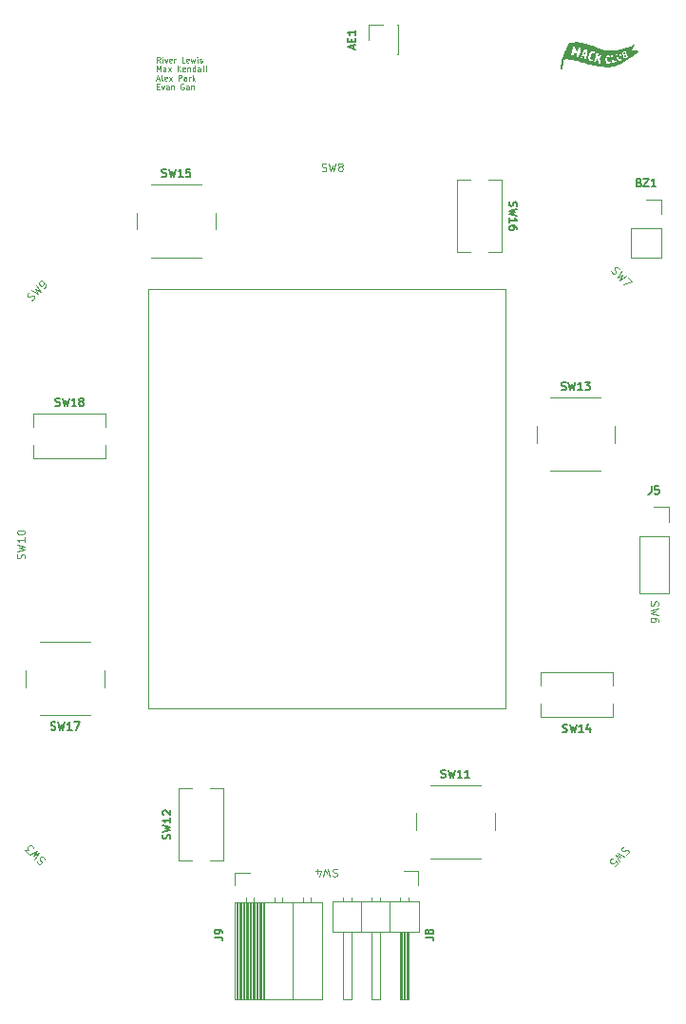
<source format=gbr>
%TF.GenerationSoftware,KiCad,Pcbnew,9.0.0*%
%TF.CreationDate,2025-06-27T17:55:50-04:00*%
%TF.ProjectId,shipwreckedpcb,73686970-7772-4656-936b-65647063622e,rev?*%
%TF.SameCoordinates,Original*%
%TF.FileFunction,Legend,Top*%
%TF.FilePolarity,Positive*%
%FSLAX46Y46*%
G04 Gerber Fmt 4.6, Leading zero omitted, Abs format (unit mm)*
G04 Created by KiCad (PCBNEW 9.0.0) date 2025-06-27 17:55:50*
%MOMM*%
%LPD*%
G01*
G04 APERTURE LIST*
%ADD10C,0.100000*%
%ADD11C,0.150000*%
%ADD12C,0.000000*%
%ADD13C,0.120000*%
G04 APERTURE END LIST*
D10*
X132170550Y-66818693D02*
X132003884Y-66580598D01*
X131884836Y-66818693D02*
X131884836Y-66318693D01*
X131884836Y-66318693D02*
X132075312Y-66318693D01*
X132075312Y-66318693D02*
X132122931Y-66342503D01*
X132122931Y-66342503D02*
X132146741Y-66366312D01*
X132146741Y-66366312D02*
X132170550Y-66413931D01*
X132170550Y-66413931D02*
X132170550Y-66485360D01*
X132170550Y-66485360D02*
X132146741Y-66532979D01*
X132146741Y-66532979D02*
X132122931Y-66556788D01*
X132122931Y-66556788D02*
X132075312Y-66580598D01*
X132075312Y-66580598D02*
X131884836Y-66580598D01*
X132384836Y-66818693D02*
X132384836Y-66485360D01*
X132384836Y-66318693D02*
X132361027Y-66342503D01*
X132361027Y-66342503D02*
X132384836Y-66366312D01*
X132384836Y-66366312D02*
X132408646Y-66342503D01*
X132408646Y-66342503D02*
X132384836Y-66318693D01*
X132384836Y-66318693D02*
X132384836Y-66366312D01*
X132575312Y-66485360D02*
X132694360Y-66818693D01*
X132694360Y-66818693D02*
X132813407Y-66485360D01*
X133194359Y-66794884D02*
X133146740Y-66818693D01*
X133146740Y-66818693D02*
X133051502Y-66818693D01*
X133051502Y-66818693D02*
X133003883Y-66794884D01*
X133003883Y-66794884D02*
X132980074Y-66747264D01*
X132980074Y-66747264D02*
X132980074Y-66556788D01*
X132980074Y-66556788D02*
X133003883Y-66509169D01*
X133003883Y-66509169D02*
X133051502Y-66485360D01*
X133051502Y-66485360D02*
X133146740Y-66485360D01*
X133146740Y-66485360D02*
X133194359Y-66509169D01*
X133194359Y-66509169D02*
X133218169Y-66556788D01*
X133218169Y-66556788D02*
X133218169Y-66604407D01*
X133218169Y-66604407D02*
X132980074Y-66652026D01*
X133432454Y-66818693D02*
X133432454Y-66485360D01*
X133432454Y-66580598D02*
X133456264Y-66532979D01*
X133456264Y-66532979D02*
X133480073Y-66509169D01*
X133480073Y-66509169D02*
X133527692Y-66485360D01*
X133527692Y-66485360D02*
X133575311Y-66485360D01*
X134361025Y-66818693D02*
X134122930Y-66818693D01*
X134122930Y-66818693D02*
X134122930Y-66318693D01*
X134718168Y-66794884D02*
X134670549Y-66818693D01*
X134670549Y-66818693D02*
X134575311Y-66818693D01*
X134575311Y-66818693D02*
X134527692Y-66794884D01*
X134527692Y-66794884D02*
X134503883Y-66747264D01*
X134503883Y-66747264D02*
X134503883Y-66556788D01*
X134503883Y-66556788D02*
X134527692Y-66509169D01*
X134527692Y-66509169D02*
X134575311Y-66485360D01*
X134575311Y-66485360D02*
X134670549Y-66485360D01*
X134670549Y-66485360D02*
X134718168Y-66509169D01*
X134718168Y-66509169D02*
X134741978Y-66556788D01*
X134741978Y-66556788D02*
X134741978Y-66604407D01*
X134741978Y-66604407D02*
X134503883Y-66652026D01*
X134908644Y-66485360D02*
X135003882Y-66818693D01*
X135003882Y-66818693D02*
X135099120Y-66580598D01*
X135099120Y-66580598D02*
X135194358Y-66818693D01*
X135194358Y-66818693D02*
X135289596Y-66485360D01*
X135480073Y-66818693D02*
X135480073Y-66485360D01*
X135480073Y-66318693D02*
X135456264Y-66342503D01*
X135456264Y-66342503D02*
X135480073Y-66366312D01*
X135480073Y-66366312D02*
X135503883Y-66342503D01*
X135503883Y-66342503D02*
X135480073Y-66318693D01*
X135480073Y-66318693D02*
X135480073Y-66366312D01*
X135694359Y-66794884D02*
X135741978Y-66818693D01*
X135741978Y-66818693D02*
X135837216Y-66818693D01*
X135837216Y-66818693D02*
X135884835Y-66794884D01*
X135884835Y-66794884D02*
X135908644Y-66747264D01*
X135908644Y-66747264D02*
X135908644Y-66723455D01*
X135908644Y-66723455D02*
X135884835Y-66675836D01*
X135884835Y-66675836D02*
X135837216Y-66652026D01*
X135837216Y-66652026D02*
X135765787Y-66652026D01*
X135765787Y-66652026D02*
X135718168Y-66628217D01*
X135718168Y-66628217D02*
X135694359Y-66580598D01*
X135694359Y-66580598D02*
X135694359Y-66556788D01*
X135694359Y-66556788D02*
X135718168Y-66509169D01*
X135718168Y-66509169D02*
X135765787Y-66485360D01*
X135765787Y-66485360D02*
X135837216Y-66485360D01*
X135837216Y-66485360D02*
X135884835Y-66509169D01*
X131884836Y-67623665D02*
X131884836Y-67123665D01*
X131884836Y-67123665D02*
X132051503Y-67480808D01*
X132051503Y-67480808D02*
X132218169Y-67123665D01*
X132218169Y-67123665D02*
X132218169Y-67623665D01*
X132670551Y-67623665D02*
X132670551Y-67361760D01*
X132670551Y-67361760D02*
X132646741Y-67314141D01*
X132646741Y-67314141D02*
X132599122Y-67290332D01*
X132599122Y-67290332D02*
X132503884Y-67290332D01*
X132503884Y-67290332D02*
X132456265Y-67314141D01*
X132670551Y-67599856D02*
X132622932Y-67623665D01*
X132622932Y-67623665D02*
X132503884Y-67623665D01*
X132503884Y-67623665D02*
X132456265Y-67599856D01*
X132456265Y-67599856D02*
X132432456Y-67552236D01*
X132432456Y-67552236D02*
X132432456Y-67504617D01*
X132432456Y-67504617D02*
X132456265Y-67456998D01*
X132456265Y-67456998D02*
X132503884Y-67433189D01*
X132503884Y-67433189D02*
X132622932Y-67433189D01*
X132622932Y-67433189D02*
X132670551Y-67409379D01*
X132861027Y-67623665D02*
X133122932Y-67290332D01*
X132861027Y-67290332D02*
X133122932Y-67623665D01*
X133694360Y-67623665D02*
X133694360Y-67123665D01*
X133980074Y-67623665D02*
X133765789Y-67337951D01*
X133980074Y-67123665D02*
X133694360Y-67409379D01*
X134384836Y-67599856D02*
X134337217Y-67623665D01*
X134337217Y-67623665D02*
X134241979Y-67623665D01*
X134241979Y-67623665D02*
X134194360Y-67599856D01*
X134194360Y-67599856D02*
X134170551Y-67552236D01*
X134170551Y-67552236D02*
X134170551Y-67361760D01*
X134170551Y-67361760D02*
X134194360Y-67314141D01*
X134194360Y-67314141D02*
X134241979Y-67290332D01*
X134241979Y-67290332D02*
X134337217Y-67290332D01*
X134337217Y-67290332D02*
X134384836Y-67314141D01*
X134384836Y-67314141D02*
X134408646Y-67361760D01*
X134408646Y-67361760D02*
X134408646Y-67409379D01*
X134408646Y-67409379D02*
X134170551Y-67456998D01*
X134622931Y-67290332D02*
X134622931Y-67623665D01*
X134622931Y-67337951D02*
X134646741Y-67314141D01*
X134646741Y-67314141D02*
X134694360Y-67290332D01*
X134694360Y-67290332D02*
X134765788Y-67290332D01*
X134765788Y-67290332D02*
X134813407Y-67314141D01*
X134813407Y-67314141D02*
X134837217Y-67361760D01*
X134837217Y-67361760D02*
X134837217Y-67623665D01*
X135289598Y-67623665D02*
X135289598Y-67123665D01*
X135289598Y-67599856D02*
X135241979Y-67623665D01*
X135241979Y-67623665D02*
X135146741Y-67623665D01*
X135146741Y-67623665D02*
X135099122Y-67599856D01*
X135099122Y-67599856D02*
X135075312Y-67576046D01*
X135075312Y-67576046D02*
X135051503Y-67528427D01*
X135051503Y-67528427D02*
X135051503Y-67385570D01*
X135051503Y-67385570D02*
X135075312Y-67337951D01*
X135075312Y-67337951D02*
X135099122Y-67314141D01*
X135099122Y-67314141D02*
X135146741Y-67290332D01*
X135146741Y-67290332D02*
X135241979Y-67290332D01*
X135241979Y-67290332D02*
X135289598Y-67314141D01*
X135741979Y-67623665D02*
X135741979Y-67361760D01*
X135741979Y-67361760D02*
X135718169Y-67314141D01*
X135718169Y-67314141D02*
X135670550Y-67290332D01*
X135670550Y-67290332D02*
X135575312Y-67290332D01*
X135575312Y-67290332D02*
X135527693Y-67314141D01*
X135741979Y-67599856D02*
X135694360Y-67623665D01*
X135694360Y-67623665D02*
X135575312Y-67623665D01*
X135575312Y-67623665D02*
X135527693Y-67599856D01*
X135527693Y-67599856D02*
X135503884Y-67552236D01*
X135503884Y-67552236D02*
X135503884Y-67504617D01*
X135503884Y-67504617D02*
X135527693Y-67456998D01*
X135527693Y-67456998D02*
X135575312Y-67433189D01*
X135575312Y-67433189D02*
X135694360Y-67433189D01*
X135694360Y-67433189D02*
X135741979Y-67409379D01*
X136051503Y-67623665D02*
X136003884Y-67599856D01*
X136003884Y-67599856D02*
X135980074Y-67552236D01*
X135980074Y-67552236D02*
X135980074Y-67123665D01*
X136313408Y-67623665D02*
X136265789Y-67599856D01*
X136265789Y-67599856D02*
X136241979Y-67552236D01*
X136241979Y-67552236D02*
X136241979Y-67123665D01*
X131861027Y-68285780D02*
X132099122Y-68285780D01*
X131813408Y-68428637D02*
X131980074Y-67928637D01*
X131980074Y-67928637D02*
X132146741Y-68428637D01*
X132384836Y-68428637D02*
X132337217Y-68404828D01*
X132337217Y-68404828D02*
X132313407Y-68357208D01*
X132313407Y-68357208D02*
X132313407Y-67928637D01*
X132765788Y-68404828D02*
X132718169Y-68428637D01*
X132718169Y-68428637D02*
X132622931Y-68428637D01*
X132622931Y-68428637D02*
X132575312Y-68404828D01*
X132575312Y-68404828D02*
X132551503Y-68357208D01*
X132551503Y-68357208D02*
X132551503Y-68166732D01*
X132551503Y-68166732D02*
X132575312Y-68119113D01*
X132575312Y-68119113D02*
X132622931Y-68095304D01*
X132622931Y-68095304D02*
X132718169Y-68095304D01*
X132718169Y-68095304D02*
X132765788Y-68119113D01*
X132765788Y-68119113D02*
X132789598Y-68166732D01*
X132789598Y-68166732D02*
X132789598Y-68214351D01*
X132789598Y-68214351D02*
X132551503Y-68261970D01*
X132956264Y-68428637D02*
X133218169Y-68095304D01*
X132956264Y-68095304D02*
X133218169Y-68428637D01*
X133789597Y-68428637D02*
X133789597Y-67928637D01*
X133789597Y-67928637D02*
X133980073Y-67928637D01*
X133980073Y-67928637D02*
X134027692Y-67952447D01*
X134027692Y-67952447D02*
X134051502Y-67976256D01*
X134051502Y-67976256D02*
X134075311Y-68023875D01*
X134075311Y-68023875D02*
X134075311Y-68095304D01*
X134075311Y-68095304D02*
X134051502Y-68142923D01*
X134051502Y-68142923D02*
X134027692Y-68166732D01*
X134027692Y-68166732D02*
X133980073Y-68190542D01*
X133980073Y-68190542D02*
X133789597Y-68190542D01*
X134503883Y-68428637D02*
X134503883Y-68166732D01*
X134503883Y-68166732D02*
X134480073Y-68119113D01*
X134480073Y-68119113D02*
X134432454Y-68095304D01*
X134432454Y-68095304D02*
X134337216Y-68095304D01*
X134337216Y-68095304D02*
X134289597Y-68119113D01*
X134503883Y-68404828D02*
X134456264Y-68428637D01*
X134456264Y-68428637D02*
X134337216Y-68428637D01*
X134337216Y-68428637D02*
X134289597Y-68404828D01*
X134289597Y-68404828D02*
X134265788Y-68357208D01*
X134265788Y-68357208D02*
X134265788Y-68309589D01*
X134265788Y-68309589D02*
X134289597Y-68261970D01*
X134289597Y-68261970D02*
X134337216Y-68238161D01*
X134337216Y-68238161D02*
X134456264Y-68238161D01*
X134456264Y-68238161D02*
X134503883Y-68214351D01*
X134741978Y-68428637D02*
X134741978Y-68095304D01*
X134741978Y-68190542D02*
X134765788Y-68142923D01*
X134765788Y-68142923D02*
X134789597Y-68119113D01*
X134789597Y-68119113D02*
X134837216Y-68095304D01*
X134837216Y-68095304D02*
X134884835Y-68095304D01*
X135051502Y-68428637D02*
X135051502Y-67928637D01*
X135099121Y-68238161D02*
X135241978Y-68428637D01*
X135241978Y-68095304D02*
X135051502Y-68285780D01*
X131884836Y-68971704D02*
X132051503Y-68971704D01*
X132122931Y-69233609D02*
X131884836Y-69233609D01*
X131884836Y-69233609D02*
X131884836Y-68733609D01*
X131884836Y-68733609D02*
X132122931Y-68733609D01*
X132289598Y-68900276D02*
X132408646Y-69233609D01*
X132408646Y-69233609D02*
X132527693Y-68900276D01*
X132932455Y-69233609D02*
X132932455Y-68971704D01*
X132932455Y-68971704D02*
X132908645Y-68924085D01*
X132908645Y-68924085D02*
X132861026Y-68900276D01*
X132861026Y-68900276D02*
X132765788Y-68900276D01*
X132765788Y-68900276D02*
X132718169Y-68924085D01*
X132932455Y-69209800D02*
X132884836Y-69233609D01*
X132884836Y-69233609D02*
X132765788Y-69233609D01*
X132765788Y-69233609D02*
X132718169Y-69209800D01*
X132718169Y-69209800D02*
X132694360Y-69162180D01*
X132694360Y-69162180D02*
X132694360Y-69114561D01*
X132694360Y-69114561D02*
X132718169Y-69066942D01*
X132718169Y-69066942D02*
X132765788Y-69043133D01*
X132765788Y-69043133D02*
X132884836Y-69043133D01*
X132884836Y-69043133D02*
X132932455Y-69019323D01*
X133170550Y-68900276D02*
X133170550Y-69233609D01*
X133170550Y-68947895D02*
X133194360Y-68924085D01*
X133194360Y-68924085D02*
X133241979Y-68900276D01*
X133241979Y-68900276D02*
X133313407Y-68900276D01*
X133313407Y-68900276D02*
X133361026Y-68924085D01*
X133361026Y-68924085D02*
X133384836Y-68971704D01*
X133384836Y-68971704D02*
X133384836Y-69233609D01*
X134265788Y-68757419D02*
X134218169Y-68733609D01*
X134218169Y-68733609D02*
X134146740Y-68733609D01*
X134146740Y-68733609D02*
X134075312Y-68757419D01*
X134075312Y-68757419D02*
X134027693Y-68805038D01*
X134027693Y-68805038D02*
X134003883Y-68852657D01*
X134003883Y-68852657D02*
X133980074Y-68947895D01*
X133980074Y-68947895D02*
X133980074Y-69019323D01*
X133980074Y-69019323D02*
X134003883Y-69114561D01*
X134003883Y-69114561D02*
X134027693Y-69162180D01*
X134027693Y-69162180D02*
X134075312Y-69209800D01*
X134075312Y-69209800D02*
X134146740Y-69233609D01*
X134146740Y-69233609D02*
X134194359Y-69233609D01*
X134194359Y-69233609D02*
X134265788Y-69209800D01*
X134265788Y-69209800D02*
X134289597Y-69185990D01*
X134289597Y-69185990D02*
X134289597Y-69019323D01*
X134289597Y-69019323D02*
X134194359Y-69019323D01*
X134718169Y-69233609D02*
X134718169Y-68971704D01*
X134718169Y-68971704D02*
X134694359Y-68924085D01*
X134694359Y-68924085D02*
X134646740Y-68900276D01*
X134646740Y-68900276D02*
X134551502Y-68900276D01*
X134551502Y-68900276D02*
X134503883Y-68924085D01*
X134718169Y-69209800D02*
X134670550Y-69233609D01*
X134670550Y-69233609D02*
X134551502Y-69233609D01*
X134551502Y-69233609D02*
X134503883Y-69209800D01*
X134503883Y-69209800D02*
X134480074Y-69162180D01*
X134480074Y-69162180D02*
X134480074Y-69114561D01*
X134480074Y-69114561D02*
X134503883Y-69066942D01*
X134503883Y-69066942D02*
X134551502Y-69043133D01*
X134551502Y-69043133D02*
X134670550Y-69043133D01*
X134670550Y-69043133D02*
X134718169Y-69019323D01*
X134956264Y-68900276D02*
X134956264Y-69233609D01*
X134956264Y-68947895D02*
X134980074Y-68924085D01*
X134980074Y-68924085D02*
X135027693Y-68900276D01*
X135027693Y-68900276D02*
X135099121Y-68900276D01*
X135099121Y-68900276D02*
X135146740Y-68924085D01*
X135146740Y-68924085D02*
X135170550Y-68971704D01*
X135170550Y-68971704D02*
X135170550Y-69233609D01*
X131150000Y-87050000D02*
X162950000Y-87050000D01*
X162950000Y-124370000D01*
X131150000Y-124370000D01*
X131150000Y-87050000D01*
D11*
X149396033Y-65616666D02*
X149396033Y-65283333D01*
X149596033Y-65683333D02*
X148896033Y-65450000D01*
X148896033Y-65450000D02*
X149596033Y-65216666D01*
X149229366Y-64983333D02*
X149229366Y-64750000D01*
X149596033Y-64650000D02*
X149596033Y-64983333D01*
X149596033Y-64983333D02*
X148896033Y-64983333D01*
X148896033Y-64983333D02*
X148896033Y-64650000D01*
X149596033Y-63983333D02*
X149596033Y-64383333D01*
X149596033Y-64183333D02*
X148896033Y-64183333D01*
X148896033Y-64183333D02*
X148996033Y-64250000D01*
X148996033Y-64250000D02*
X149062700Y-64316667D01*
X149062700Y-64316667D02*
X149096033Y-64383333D01*
X174858333Y-77529366D02*
X174958333Y-77562700D01*
X174958333Y-77562700D02*
X174991666Y-77596033D01*
X174991666Y-77596033D02*
X175024999Y-77662700D01*
X175024999Y-77662700D02*
X175024999Y-77762700D01*
X175024999Y-77762700D02*
X174991666Y-77829366D01*
X174991666Y-77829366D02*
X174958333Y-77862700D01*
X174958333Y-77862700D02*
X174891666Y-77896033D01*
X174891666Y-77896033D02*
X174624999Y-77896033D01*
X174624999Y-77896033D02*
X174624999Y-77196033D01*
X174624999Y-77196033D02*
X174858333Y-77196033D01*
X174858333Y-77196033D02*
X174924999Y-77229366D01*
X174924999Y-77229366D02*
X174958333Y-77262700D01*
X174958333Y-77262700D02*
X174991666Y-77329366D01*
X174991666Y-77329366D02*
X174991666Y-77396033D01*
X174991666Y-77396033D02*
X174958333Y-77462700D01*
X174958333Y-77462700D02*
X174924999Y-77496033D01*
X174924999Y-77496033D02*
X174858333Y-77529366D01*
X174858333Y-77529366D02*
X174624999Y-77529366D01*
X175258333Y-77196033D02*
X175724999Y-77196033D01*
X175724999Y-77196033D02*
X175258333Y-77896033D01*
X175258333Y-77896033D02*
X175724999Y-77896033D01*
X176358333Y-77896033D02*
X175958333Y-77896033D01*
X176158333Y-77896033D02*
X176158333Y-77196033D01*
X176158333Y-77196033D02*
X176091666Y-77296033D01*
X176091666Y-77296033D02*
X176025000Y-77362700D01*
X176025000Y-77362700D02*
X175958333Y-77396033D01*
X175941666Y-104571033D02*
X175941666Y-105071033D01*
X175941666Y-105071033D02*
X175908333Y-105171033D01*
X175908333Y-105171033D02*
X175841666Y-105237700D01*
X175841666Y-105237700D02*
X175741666Y-105271033D01*
X175741666Y-105271033D02*
X175675000Y-105271033D01*
X176608333Y-104571033D02*
X176274999Y-104571033D01*
X176274999Y-104571033D02*
X176241666Y-104904366D01*
X176241666Y-104904366D02*
X176274999Y-104871033D01*
X176274999Y-104871033D02*
X176341666Y-104837700D01*
X176341666Y-104837700D02*
X176508333Y-104837700D01*
X176508333Y-104837700D02*
X176574999Y-104871033D01*
X176574999Y-104871033D02*
X176608333Y-104904366D01*
X176608333Y-104904366D02*
X176641666Y-104971033D01*
X176641666Y-104971033D02*
X176641666Y-105137700D01*
X176641666Y-105137700D02*
X176608333Y-105204366D01*
X176608333Y-105204366D02*
X176574999Y-105237700D01*
X176574999Y-105237700D02*
X176508333Y-105271033D01*
X176508333Y-105271033D02*
X176341666Y-105271033D01*
X176341666Y-105271033D02*
X176274999Y-105237700D01*
X176274999Y-105237700D02*
X176241666Y-105204366D01*
X155801180Y-144743333D02*
X156301180Y-144743333D01*
X156301180Y-144743333D02*
X156401180Y-144776666D01*
X156401180Y-144776666D02*
X156467847Y-144843333D01*
X156467847Y-144843333D02*
X156501180Y-144943333D01*
X156501180Y-144943333D02*
X156501180Y-145010000D01*
X156101180Y-144310000D02*
X156067847Y-144376667D01*
X156067847Y-144376667D02*
X156034513Y-144410000D01*
X156034513Y-144410000D02*
X155967847Y-144443333D01*
X155967847Y-144443333D02*
X155934513Y-144443333D01*
X155934513Y-144443333D02*
X155867847Y-144410000D01*
X155867847Y-144410000D02*
X155834513Y-144376667D01*
X155834513Y-144376667D02*
X155801180Y-144310000D01*
X155801180Y-144310000D02*
X155801180Y-144176667D01*
X155801180Y-144176667D02*
X155834513Y-144110000D01*
X155834513Y-144110000D02*
X155867847Y-144076667D01*
X155867847Y-144076667D02*
X155934513Y-144043333D01*
X155934513Y-144043333D02*
X155967847Y-144043333D01*
X155967847Y-144043333D02*
X156034513Y-144076667D01*
X156034513Y-144076667D02*
X156067847Y-144110000D01*
X156067847Y-144110000D02*
X156101180Y-144176667D01*
X156101180Y-144176667D02*
X156101180Y-144310000D01*
X156101180Y-144310000D02*
X156134513Y-144376667D01*
X156134513Y-144376667D02*
X156167847Y-144410000D01*
X156167847Y-144410000D02*
X156234513Y-144443333D01*
X156234513Y-144443333D02*
X156367847Y-144443333D01*
X156367847Y-144443333D02*
X156434513Y-144410000D01*
X156434513Y-144410000D02*
X156467847Y-144376667D01*
X156467847Y-144376667D02*
X156501180Y-144310000D01*
X156501180Y-144310000D02*
X156501180Y-144176667D01*
X156501180Y-144176667D02*
X156467847Y-144110000D01*
X156467847Y-144110000D02*
X156434513Y-144076667D01*
X156434513Y-144076667D02*
X156367847Y-144043333D01*
X156367847Y-144043333D02*
X156234513Y-144043333D01*
X156234513Y-144043333D02*
X156167847Y-144076667D01*
X156167847Y-144076667D02*
X156134513Y-144110000D01*
X156134513Y-144110000D02*
X156101180Y-144176667D01*
X137030886Y-144738333D02*
X137530886Y-144738333D01*
X137530886Y-144738333D02*
X137630886Y-144771666D01*
X137630886Y-144771666D02*
X137697553Y-144838333D01*
X137697553Y-144838333D02*
X137730886Y-144938333D01*
X137730886Y-144938333D02*
X137730886Y-145005000D01*
X137730886Y-144371667D02*
X137730886Y-144238333D01*
X137730886Y-144238333D02*
X137697553Y-144171667D01*
X137697553Y-144171667D02*
X137664219Y-144138333D01*
X137664219Y-144138333D02*
X137564219Y-144071667D01*
X137564219Y-144071667D02*
X137430886Y-144038333D01*
X137430886Y-144038333D02*
X137164219Y-144038333D01*
X137164219Y-144038333D02*
X137097553Y-144071667D01*
X137097553Y-144071667D02*
X137064219Y-144105000D01*
X137064219Y-144105000D02*
X137030886Y-144171667D01*
X137030886Y-144171667D02*
X137030886Y-144305000D01*
X137030886Y-144305000D02*
X137064219Y-144371667D01*
X137064219Y-144371667D02*
X137097553Y-144405000D01*
X137097553Y-144405000D02*
X137164219Y-144438333D01*
X137164219Y-144438333D02*
X137330886Y-144438333D01*
X137330886Y-144438333D02*
X137397553Y-144405000D01*
X137397553Y-144405000D02*
X137430886Y-144371667D01*
X137430886Y-144371667D02*
X137464219Y-144305000D01*
X137464219Y-144305000D02*
X137464219Y-144171667D01*
X137464219Y-144171667D02*
X137430886Y-144105000D01*
X137430886Y-144105000D02*
X137397553Y-144071667D01*
X137397553Y-144071667D02*
X137330886Y-144038333D01*
D10*
X121894785Y-137808577D02*
X121847644Y-137714296D01*
X121847644Y-137714296D02*
X121729793Y-137596444D01*
X121729793Y-137596444D02*
X121659082Y-137572874D01*
X121659082Y-137572874D02*
X121611942Y-137572874D01*
X121611942Y-137572874D02*
X121541231Y-137596444D01*
X121541231Y-137596444D02*
X121494091Y-137643585D01*
X121494091Y-137643585D02*
X121470521Y-137714296D01*
X121470521Y-137714296D02*
X121470521Y-137761436D01*
X121470521Y-137761436D02*
X121494091Y-137832147D01*
X121494091Y-137832147D02*
X121564801Y-137949998D01*
X121564801Y-137949998D02*
X121588372Y-138020709D01*
X121588372Y-138020709D02*
X121588372Y-138067849D01*
X121588372Y-138067849D02*
X121564801Y-138138560D01*
X121564801Y-138138560D02*
X121517661Y-138185700D01*
X121517661Y-138185700D02*
X121446950Y-138209270D01*
X121446950Y-138209270D02*
X121399810Y-138209270D01*
X121399810Y-138209270D02*
X121329099Y-138185700D01*
X121329099Y-138185700D02*
X121211248Y-138067849D01*
X121211248Y-138067849D02*
X121164108Y-137973568D01*
X120975546Y-137832146D02*
X121352669Y-137219321D01*
X121352669Y-137219321D02*
X120904835Y-137478593D01*
X120904835Y-137478593D02*
X121164107Y-137030759D01*
X121164107Y-137030759D02*
X120551282Y-137407882D01*
X120409860Y-137266461D02*
X120103447Y-136960048D01*
X120103447Y-136960048D02*
X120457001Y-136936478D01*
X120457001Y-136936478D02*
X120386290Y-136865767D01*
X120386290Y-136865767D02*
X120362720Y-136795057D01*
X120362720Y-136795057D02*
X120362720Y-136747916D01*
X120362720Y-136747916D02*
X120386290Y-136677205D01*
X120386290Y-136677205D02*
X120504141Y-136559354D01*
X120504141Y-136559354D02*
X120574852Y-136535784D01*
X120574852Y-136535784D02*
X120621992Y-136535784D01*
X120621992Y-136535784D02*
X120692703Y-136559354D01*
X120692703Y-136559354D02*
X120834124Y-136700776D01*
X120834124Y-136700776D02*
X120857694Y-136771486D01*
X120857694Y-136771486D02*
X120857694Y-136818627D01*
X147951029Y-138654090D02*
X147851029Y-138620756D01*
X147851029Y-138620756D02*
X147684363Y-138620756D01*
X147684363Y-138620756D02*
X147617696Y-138654090D01*
X147617696Y-138654090D02*
X147584363Y-138687423D01*
X147584363Y-138687423D02*
X147551029Y-138754090D01*
X147551029Y-138754090D02*
X147551029Y-138820756D01*
X147551029Y-138820756D02*
X147584363Y-138887423D01*
X147584363Y-138887423D02*
X147617696Y-138920756D01*
X147617696Y-138920756D02*
X147684363Y-138954090D01*
X147684363Y-138954090D02*
X147817696Y-138987423D01*
X147817696Y-138987423D02*
X147884363Y-139020756D01*
X147884363Y-139020756D02*
X147917696Y-139054090D01*
X147917696Y-139054090D02*
X147951029Y-139120756D01*
X147951029Y-139120756D02*
X147951029Y-139187423D01*
X147951029Y-139187423D02*
X147917696Y-139254090D01*
X147917696Y-139254090D02*
X147884363Y-139287423D01*
X147884363Y-139287423D02*
X147817696Y-139320756D01*
X147817696Y-139320756D02*
X147651029Y-139320756D01*
X147651029Y-139320756D02*
X147551029Y-139287423D01*
X147317696Y-139320756D02*
X147151029Y-138620756D01*
X147151029Y-138620756D02*
X147017696Y-139120756D01*
X147017696Y-139120756D02*
X146884362Y-138620756D01*
X146884362Y-138620756D02*
X146717696Y-139320756D01*
X146151029Y-139087423D02*
X146151029Y-138620756D01*
X146317696Y-139354090D02*
X146484362Y-138854090D01*
X146484362Y-138854090D02*
X146051029Y-138854090D01*
X173525148Y-136641093D02*
X173430867Y-136688234D01*
X173430867Y-136688234D02*
X173313015Y-136806085D01*
X173313015Y-136806085D02*
X173289445Y-136876796D01*
X173289445Y-136876796D02*
X173289445Y-136923936D01*
X173289445Y-136923936D02*
X173313015Y-136994647D01*
X173313015Y-136994647D02*
X173360156Y-137041787D01*
X173360156Y-137041787D02*
X173430867Y-137065357D01*
X173430867Y-137065357D02*
X173478007Y-137065357D01*
X173478007Y-137065357D02*
X173548718Y-137041787D01*
X173548718Y-137041787D02*
X173666569Y-136971077D01*
X173666569Y-136971077D02*
X173737280Y-136947506D01*
X173737280Y-136947506D02*
X173784420Y-136947506D01*
X173784420Y-136947506D02*
X173855131Y-136971077D01*
X173855131Y-136971077D02*
X173902271Y-137018217D01*
X173902271Y-137018217D02*
X173925841Y-137088928D01*
X173925841Y-137088928D02*
X173925841Y-137136068D01*
X173925841Y-137136068D02*
X173902271Y-137206779D01*
X173902271Y-137206779D02*
X173784420Y-137324630D01*
X173784420Y-137324630D02*
X173690139Y-137371770D01*
X173548717Y-137560332D02*
X172935892Y-137183209D01*
X172935892Y-137183209D02*
X173195164Y-137631043D01*
X173195164Y-137631043D02*
X172747330Y-137371771D01*
X172747330Y-137371771D02*
X173124453Y-137984596D01*
X172700189Y-138408861D02*
X172935892Y-138173158D01*
X172935892Y-138173158D02*
X172723760Y-137913886D01*
X172723760Y-137913886D02*
X172723760Y-137961026D01*
X172723760Y-137961026D02*
X172700189Y-138031737D01*
X172700189Y-138031737D02*
X172582338Y-138149588D01*
X172582338Y-138149588D02*
X172511628Y-138173158D01*
X172511628Y-138173158D02*
X172464487Y-138173158D01*
X172464487Y-138173158D02*
X172393776Y-138149588D01*
X172393776Y-138149588D02*
X172275925Y-138031737D01*
X172275925Y-138031737D02*
X172252355Y-137961026D01*
X172252355Y-137961026D02*
X172252355Y-137913886D01*
X172252355Y-137913886D02*
X172275925Y-137843175D01*
X172275925Y-137843175D02*
X172393776Y-137725324D01*
X172393776Y-137725324D02*
X172464487Y-137701754D01*
X172464487Y-137701754D02*
X172511628Y-137701754D01*
X175889700Y-114816666D02*
X175856366Y-114916666D01*
X175856366Y-114916666D02*
X175856366Y-115083333D01*
X175856366Y-115083333D02*
X175889700Y-115149999D01*
X175889700Y-115149999D02*
X175923033Y-115183333D01*
X175923033Y-115183333D02*
X175989700Y-115216666D01*
X175989700Y-115216666D02*
X176056366Y-115216666D01*
X176056366Y-115216666D02*
X176123033Y-115183333D01*
X176123033Y-115183333D02*
X176156366Y-115149999D01*
X176156366Y-115149999D02*
X176189700Y-115083333D01*
X176189700Y-115083333D02*
X176223033Y-114949999D01*
X176223033Y-114949999D02*
X176256366Y-114883333D01*
X176256366Y-114883333D02*
X176289700Y-114849999D01*
X176289700Y-114849999D02*
X176356366Y-114816666D01*
X176356366Y-114816666D02*
X176423033Y-114816666D01*
X176423033Y-114816666D02*
X176489700Y-114849999D01*
X176489700Y-114849999D02*
X176523033Y-114883333D01*
X176523033Y-114883333D02*
X176556366Y-114949999D01*
X176556366Y-114949999D02*
X176556366Y-115116666D01*
X176556366Y-115116666D02*
X176523033Y-115216666D01*
X176556366Y-115450000D02*
X175856366Y-115616666D01*
X175856366Y-115616666D02*
X176356366Y-115750000D01*
X176356366Y-115750000D02*
X175856366Y-115883333D01*
X175856366Y-115883333D02*
X176556366Y-116050000D01*
X176556366Y-116616666D02*
X176556366Y-116483333D01*
X176556366Y-116483333D02*
X176523033Y-116416666D01*
X176523033Y-116416666D02*
X176489700Y-116383333D01*
X176489700Y-116383333D02*
X176389700Y-116316666D01*
X176389700Y-116316666D02*
X176256366Y-116283333D01*
X176256366Y-116283333D02*
X175989700Y-116283333D01*
X175989700Y-116283333D02*
X175923033Y-116316666D01*
X175923033Y-116316666D02*
X175889700Y-116350000D01*
X175889700Y-116350000D02*
X175856366Y-116416666D01*
X175856366Y-116416666D02*
X175856366Y-116550000D01*
X175856366Y-116550000D02*
X175889700Y-116616666D01*
X175889700Y-116616666D02*
X175923033Y-116650000D01*
X175923033Y-116650000D02*
X175989700Y-116683333D01*
X175989700Y-116683333D02*
X176156366Y-116683333D01*
X176156366Y-116683333D02*
X176223033Y-116650000D01*
X176223033Y-116650000D02*
X176256366Y-116616666D01*
X176256366Y-116616666D02*
X176289700Y-116550000D01*
X176289700Y-116550000D02*
X176289700Y-116416666D01*
X176289700Y-116416666D02*
X176256366Y-116350000D01*
X176256366Y-116350000D02*
X176223033Y-116316666D01*
X176223033Y-116316666D02*
X176156366Y-116283333D01*
X172357664Y-85428788D02*
X172404805Y-85523069D01*
X172404805Y-85523069D02*
X172522656Y-85640921D01*
X172522656Y-85640921D02*
X172593367Y-85664491D01*
X172593367Y-85664491D02*
X172640507Y-85664491D01*
X172640507Y-85664491D02*
X172711218Y-85640921D01*
X172711218Y-85640921D02*
X172758358Y-85593780D01*
X172758358Y-85593780D02*
X172781928Y-85523069D01*
X172781928Y-85523069D02*
X172781928Y-85475929D01*
X172781928Y-85475929D02*
X172758358Y-85405218D01*
X172758358Y-85405218D02*
X172687648Y-85287367D01*
X172687648Y-85287367D02*
X172664077Y-85216656D01*
X172664077Y-85216656D02*
X172664077Y-85169516D01*
X172664077Y-85169516D02*
X172687648Y-85098805D01*
X172687648Y-85098805D02*
X172734788Y-85051665D01*
X172734788Y-85051665D02*
X172805499Y-85028095D01*
X172805499Y-85028095D02*
X172852639Y-85028095D01*
X172852639Y-85028095D02*
X172923350Y-85051665D01*
X172923350Y-85051665D02*
X173041201Y-85169516D01*
X173041201Y-85169516D02*
X173088341Y-85263797D01*
X173276903Y-85405219D02*
X172899780Y-86018044D01*
X172899780Y-86018044D02*
X173347614Y-85758772D01*
X173347614Y-85758772D02*
X173088342Y-86206606D01*
X173088342Y-86206606D02*
X173701167Y-85829483D01*
X173842589Y-85970904D02*
X174172572Y-86300887D01*
X174172572Y-86300887D02*
X173465465Y-86583730D01*
X146575055Y-76474489D02*
X146675055Y-76507822D01*
X146675055Y-76507822D02*
X146841722Y-76507822D01*
X146841722Y-76507822D02*
X146908388Y-76474489D01*
X146908388Y-76474489D02*
X146941722Y-76441155D01*
X146941722Y-76441155D02*
X146975055Y-76374489D01*
X146975055Y-76374489D02*
X146975055Y-76307822D01*
X146975055Y-76307822D02*
X146941722Y-76241155D01*
X146941722Y-76241155D02*
X146908388Y-76207822D01*
X146908388Y-76207822D02*
X146841722Y-76174489D01*
X146841722Y-76174489D02*
X146708388Y-76141155D01*
X146708388Y-76141155D02*
X146641722Y-76107822D01*
X146641722Y-76107822D02*
X146608388Y-76074489D01*
X146608388Y-76074489D02*
X146575055Y-76007822D01*
X146575055Y-76007822D02*
X146575055Y-75941155D01*
X146575055Y-75941155D02*
X146608388Y-75874489D01*
X146608388Y-75874489D02*
X146641722Y-75841155D01*
X146641722Y-75841155D02*
X146708388Y-75807822D01*
X146708388Y-75807822D02*
X146875055Y-75807822D01*
X146875055Y-75807822D02*
X146975055Y-75841155D01*
X147208389Y-75807822D02*
X147375055Y-76507822D01*
X147375055Y-76507822D02*
X147508389Y-76007822D01*
X147508389Y-76007822D02*
X147641722Y-76507822D01*
X147641722Y-76507822D02*
X147808389Y-75807822D01*
X148175055Y-76107822D02*
X148108389Y-76074489D01*
X148108389Y-76074489D02*
X148075055Y-76041155D01*
X148075055Y-76041155D02*
X148041722Y-75974489D01*
X148041722Y-75974489D02*
X148041722Y-75941155D01*
X148041722Y-75941155D02*
X148075055Y-75874489D01*
X148075055Y-75874489D02*
X148108389Y-75841155D01*
X148108389Y-75841155D02*
X148175055Y-75807822D01*
X148175055Y-75807822D02*
X148308389Y-75807822D01*
X148308389Y-75807822D02*
X148375055Y-75841155D01*
X148375055Y-75841155D02*
X148408389Y-75874489D01*
X148408389Y-75874489D02*
X148441722Y-75941155D01*
X148441722Y-75941155D02*
X148441722Y-75974489D01*
X148441722Y-75974489D02*
X148408389Y-76041155D01*
X148408389Y-76041155D02*
X148375055Y-76074489D01*
X148375055Y-76074489D02*
X148308389Y-76107822D01*
X148308389Y-76107822D02*
X148175055Y-76107822D01*
X148175055Y-76107822D02*
X148108389Y-76141155D01*
X148108389Y-76141155D02*
X148075055Y-76174489D01*
X148075055Y-76174489D02*
X148041722Y-76241155D01*
X148041722Y-76241155D02*
X148041722Y-76374489D01*
X148041722Y-76374489D02*
X148075055Y-76441155D01*
X148075055Y-76441155D02*
X148108389Y-76474489D01*
X148108389Y-76474489D02*
X148175055Y-76507822D01*
X148175055Y-76507822D02*
X148308389Y-76507822D01*
X148308389Y-76507822D02*
X148375055Y-76474489D01*
X148375055Y-76474489D02*
X148408389Y-76441155D01*
X148408389Y-76441155D02*
X148441722Y-76374489D01*
X148441722Y-76374489D02*
X148441722Y-76241155D01*
X148441722Y-76241155D02*
X148408389Y-76174489D01*
X148408389Y-76174489D02*
X148375055Y-76141155D01*
X148375055Y-76141155D02*
X148308389Y-76107822D01*
X120728137Y-87995436D02*
X120822418Y-87948295D01*
X120822418Y-87948295D02*
X120940270Y-87830444D01*
X120940270Y-87830444D02*
X120963840Y-87759733D01*
X120963840Y-87759733D02*
X120963840Y-87712593D01*
X120963840Y-87712593D02*
X120940270Y-87641882D01*
X120940270Y-87641882D02*
X120893129Y-87594742D01*
X120893129Y-87594742D02*
X120822418Y-87571172D01*
X120822418Y-87571172D02*
X120775278Y-87571172D01*
X120775278Y-87571172D02*
X120704567Y-87594742D01*
X120704567Y-87594742D02*
X120586716Y-87665452D01*
X120586716Y-87665452D02*
X120516005Y-87689023D01*
X120516005Y-87689023D02*
X120468865Y-87689023D01*
X120468865Y-87689023D02*
X120398154Y-87665452D01*
X120398154Y-87665452D02*
X120351014Y-87618312D01*
X120351014Y-87618312D02*
X120327444Y-87547601D01*
X120327444Y-87547601D02*
X120327444Y-87500461D01*
X120327444Y-87500461D02*
X120351014Y-87429750D01*
X120351014Y-87429750D02*
X120468865Y-87311899D01*
X120468865Y-87311899D02*
X120563146Y-87264759D01*
X120704568Y-87076197D02*
X121317393Y-87453320D01*
X121317393Y-87453320D02*
X121058121Y-87005486D01*
X121058121Y-87005486D02*
X121505955Y-87264758D01*
X121505955Y-87264758D02*
X121128832Y-86651933D01*
X121835938Y-86934775D02*
X121930219Y-86840494D01*
X121930219Y-86840494D02*
X121953789Y-86769784D01*
X121953789Y-86769784D02*
X121953789Y-86722643D01*
X121953789Y-86722643D02*
X121930219Y-86604792D01*
X121930219Y-86604792D02*
X121859509Y-86486941D01*
X121859509Y-86486941D02*
X121670947Y-86298379D01*
X121670947Y-86298379D02*
X121600236Y-86274809D01*
X121600236Y-86274809D02*
X121553096Y-86274809D01*
X121553096Y-86274809D02*
X121482385Y-86298379D01*
X121482385Y-86298379D02*
X121388104Y-86392660D01*
X121388104Y-86392660D02*
X121364534Y-86463371D01*
X121364534Y-86463371D02*
X121364534Y-86510511D01*
X121364534Y-86510511D02*
X121388104Y-86581222D01*
X121388104Y-86581222D02*
X121505955Y-86699073D01*
X121505955Y-86699073D02*
X121576666Y-86722643D01*
X121576666Y-86722643D02*
X121623806Y-86722643D01*
X121623806Y-86722643D02*
X121694517Y-86699073D01*
X121694517Y-86699073D02*
X121788798Y-86604792D01*
X121788798Y-86604792D02*
X121812368Y-86534081D01*
X121812368Y-86534081D02*
X121812368Y-86486941D01*
X121812368Y-86486941D02*
X121788798Y-86416230D01*
X120073838Y-111008270D02*
X120107171Y-110908270D01*
X120107171Y-110908270D02*
X120107171Y-110741604D01*
X120107171Y-110741604D02*
X120073838Y-110674937D01*
X120073838Y-110674937D02*
X120040504Y-110641604D01*
X120040504Y-110641604D02*
X119973838Y-110608270D01*
X119973838Y-110608270D02*
X119907171Y-110608270D01*
X119907171Y-110608270D02*
X119840504Y-110641604D01*
X119840504Y-110641604D02*
X119807171Y-110674937D01*
X119807171Y-110674937D02*
X119773838Y-110741604D01*
X119773838Y-110741604D02*
X119740504Y-110874937D01*
X119740504Y-110874937D02*
X119707171Y-110941604D01*
X119707171Y-110941604D02*
X119673838Y-110974937D01*
X119673838Y-110974937D02*
X119607171Y-111008270D01*
X119607171Y-111008270D02*
X119540504Y-111008270D01*
X119540504Y-111008270D02*
X119473838Y-110974937D01*
X119473838Y-110974937D02*
X119440504Y-110941604D01*
X119440504Y-110941604D02*
X119407171Y-110874937D01*
X119407171Y-110874937D02*
X119407171Y-110708270D01*
X119407171Y-110708270D02*
X119440504Y-110608270D01*
X119407171Y-110374937D02*
X120107171Y-110208270D01*
X120107171Y-110208270D02*
X119607171Y-110074937D01*
X119607171Y-110074937D02*
X120107171Y-109941603D01*
X120107171Y-109941603D02*
X119407171Y-109774937D01*
X120107171Y-109141603D02*
X120107171Y-109541603D01*
X120107171Y-109341603D02*
X119407171Y-109341603D01*
X119407171Y-109341603D02*
X119507171Y-109408270D01*
X119507171Y-109408270D02*
X119573838Y-109474937D01*
X119573838Y-109474937D02*
X119607171Y-109541603D01*
X119407171Y-108708270D02*
X119407171Y-108641603D01*
X119407171Y-108641603D02*
X119440504Y-108574936D01*
X119440504Y-108574936D02*
X119473838Y-108541603D01*
X119473838Y-108541603D02*
X119540504Y-108508270D01*
X119540504Y-108508270D02*
X119673838Y-108474936D01*
X119673838Y-108474936D02*
X119840504Y-108474936D01*
X119840504Y-108474936D02*
X119973838Y-108508270D01*
X119973838Y-108508270D02*
X120040504Y-108541603D01*
X120040504Y-108541603D02*
X120073838Y-108574936D01*
X120073838Y-108574936D02*
X120107171Y-108641603D01*
X120107171Y-108641603D02*
X120107171Y-108708270D01*
X120107171Y-108708270D02*
X120073838Y-108774936D01*
X120073838Y-108774936D02*
X120040504Y-108808270D01*
X120040504Y-108808270D02*
X119973838Y-108841603D01*
X119973838Y-108841603D02*
X119840504Y-108874936D01*
X119840504Y-108874936D02*
X119673838Y-108874936D01*
X119673838Y-108874936D02*
X119540504Y-108841603D01*
X119540504Y-108841603D02*
X119473838Y-108808270D01*
X119473838Y-108808270D02*
X119440504Y-108774936D01*
X119440504Y-108774936D02*
X119407171Y-108708270D01*
D11*
X157204597Y-130482700D02*
X157304597Y-130516033D01*
X157304597Y-130516033D02*
X157471264Y-130516033D01*
X157471264Y-130516033D02*
X157537930Y-130482700D01*
X157537930Y-130482700D02*
X157571264Y-130449366D01*
X157571264Y-130449366D02*
X157604597Y-130382700D01*
X157604597Y-130382700D02*
X157604597Y-130316033D01*
X157604597Y-130316033D02*
X157571264Y-130249366D01*
X157571264Y-130249366D02*
X157537930Y-130216033D01*
X157537930Y-130216033D02*
X157471264Y-130182700D01*
X157471264Y-130182700D02*
X157337930Y-130149366D01*
X157337930Y-130149366D02*
X157271264Y-130116033D01*
X157271264Y-130116033D02*
X157237930Y-130082700D01*
X157237930Y-130082700D02*
X157204597Y-130016033D01*
X157204597Y-130016033D02*
X157204597Y-129949366D01*
X157204597Y-129949366D02*
X157237930Y-129882700D01*
X157237930Y-129882700D02*
X157271264Y-129849366D01*
X157271264Y-129849366D02*
X157337930Y-129816033D01*
X157337930Y-129816033D02*
X157504597Y-129816033D01*
X157504597Y-129816033D02*
X157604597Y-129849366D01*
X157837931Y-129816033D02*
X158004597Y-130516033D01*
X158004597Y-130516033D02*
X158137931Y-130016033D01*
X158137931Y-130016033D02*
X158271264Y-130516033D01*
X158271264Y-130516033D02*
X158437931Y-129816033D01*
X159071264Y-130516033D02*
X158671264Y-130516033D01*
X158871264Y-130516033D02*
X158871264Y-129816033D01*
X158871264Y-129816033D02*
X158804597Y-129916033D01*
X158804597Y-129916033D02*
X158737931Y-129982700D01*
X158737931Y-129982700D02*
X158671264Y-130016033D01*
X159737931Y-130516033D02*
X159337931Y-130516033D01*
X159537931Y-130516033D02*
X159537931Y-129816033D01*
X159537931Y-129816033D02*
X159471264Y-129916033D01*
X159471264Y-129916033D02*
X159404598Y-129982700D01*
X159404598Y-129982700D02*
X159337931Y-130016033D01*
X133063684Y-135966666D02*
X133097017Y-135866666D01*
X133097017Y-135866666D02*
X133097017Y-135700000D01*
X133097017Y-135700000D02*
X133063684Y-135633333D01*
X133063684Y-135633333D02*
X133030350Y-135600000D01*
X133030350Y-135600000D02*
X132963684Y-135566666D01*
X132963684Y-135566666D02*
X132897017Y-135566666D01*
X132897017Y-135566666D02*
X132830350Y-135600000D01*
X132830350Y-135600000D02*
X132797017Y-135633333D01*
X132797017Y-135633333D02*
X132763684Y-135700000D01*
X132763684Y-135700000D02*
X132730350Y-135833333D01*
X132730350Y-135833333D02*
X132697017Y-135900000D01*
X132697017Y-135900000D02*
X132663684Y-135933333D01*
X132663684Y-135933333D02*
X132597017Y-135966666D01*
X132597017Y-135966666D02*
X132530350Y-135966666D01*
X132530350Y-135966666D02*
X132463684Y-135933333D01*
X132463684Y-135933333D02*
X132430350Y-135900000D01*
X132430350Y-135900000D02*
X132397017Y-135833333D01*
X132397017Y-135833333D02*
X132397017Y-135666666D01*
X132397017Y-135666666D02*
X132430350Y-135566666D01*
X132397017Y-135333333D02*
X133097017Y-135166666D01*
X133097017Y-135166666D02*
X132597017Y-135033333D01*
X132597017Y-135033333D02*
X133097017Y-134899999D01*
X133097017Y-134899999D02*
X132397017Y-134733333D01*
X133097017Y-134099999D02*
X133097017Y-134499999D01*
X133097017Y-134299999D02*
X132397017Y-134299999D01*
X132397017Y-134299999D02*
X132497017Y-134366666D01*
X132497017Y-134366666D02*
X132563684Y-134433333D01*
X132563684Y-134433333D02*
X132597017Y-134499999D01*
X132463684Y-133833332D02*
X132430350Y-133799999D01*
X132430350Y-133799999D02*
X132397017Y-133733332D01*
X132397017Y-133733332D02*
X132397017Y-133566666D01*
X132397017Y-133566666D02*
X132430350Y-133499999D01*
X132430350Y-133499999D02*
X132463684Y-133466666D01*
X132463684Y-133466666D02*
X132530350Y-133433332D01*
X132530350Y-133433332D02*
X132597017Y-133433332D01*
X132597017Y-133433332D02*
X132697017Y-133466666D01*
X132697017Y-133466666D02*
X133097017Y-133866666D01*
X133097017Y-133866666D02*
X133097017Y-133433332D01*
X167933333Y-95982700D02*
X168033333Y-96016033D01*
X168033333Y-96016033D02*
X168200000Y-96016033D01*
X168200000Y-96016033D02*
X168266666Y-95982700D01*
X168266666Y-95982700D02*
X168300000Y-95949366D01*
X168300000Y-95949366D02*
X168333333Y-95882700D01*
X168333333Y-95882700D02*
X168333333Y-95816033D01*
X168333333Y-95816033D02*
X168300000Y-95749366D01*
X168300000Y-95749366D02*
X168266666Y-95716033D01*
X168266666Y-95716033D02*
X168200000Y-95682700D01*
X168200000Y-95682700D02*
X168066666Y-95649366D01*
X168066666Y-95649366D02*
X168000000Y-95616033D01*
X168000000Y-95616033D02*
X167966666Y-95582700D01*
X167966666Y-95582700D02*
X167933333Y-95516033D01*
X167933333Y-95516033D02*
X167933333Y-95449366D01*
X167933333Y-95449366D02*
X167966666Y-95382700D01*
X167966666Y-95382700D02*
X168000000Y-95349366D01*
X168000000Y-95349366D02*
X168066666Y-95316033D01*
X168066666Y-95316033D02*
X168233333Y-95316033D01*
X168233333Y-95316033D02*
X168333333Y-95349366D01*
X168566667Y-95316033D02*
X168733333Y-96016033D01*
X168733333Y-96016033D02*
X168866667Y-95516033D01*
X168866667Y-95516033D02*
X169000000Y-96016033D01*
X169000000Y-96016033D02*
X169166667Y-95316033D01*
X169800000Y-96016033D02*
X169400000Y-96016033D01*
X169600000Y-96016033D02*
X169600000Y-95316033D01*
X169600000Y-95316033D02*
X169533333Y-95416033D01*
X169533333Y-95416033D02*
X169466667Y-95482700D01*
X169466667Y-95482700D02*
X169400000Y-95516033D01*
X170033334Y-95316033D02*
X170466667Y-95316033D01*
X170466667Y-95316033D02*
X170233334Y-95582700D01*
X170233334Y-95582700D02*
X170333334Y-95582700D01*
X170333334Y-95582700D02*
X170400000Y-95616033D01*
X170400000Y-95616033D02*
X170433334Y-95649366D01*
X170433334Y-95649366D02*
X170466667Y-95716033D01*
X170466667Y-95716033D02*
X170466667Y-95882700D01*
X170466667Y-95882700D02*
X170433334Y-95949366D01*
X170433334Y-95949366D02*
X170400000Y-95982700D01*
X170400000Y-95982700D02*
X170333334Y-96016033D01*
X170333334Y-96016033D02*
X170133334Y-96016033D01*
X170133334Y-96016033D02*
X170066667Y-95982700D01*
X170066667Y-95982700D02*
X170033334Y-95949366D01*
X168033333Y-126432700D02*
X168133333Y-126466033D01*
X168133333Y-126466033D02*
X168300000Y-126466033D01*
X168300000Y-126466033D02*
X168366666Y-126432700D01*
X168366666Y-126432700D02*
X168400000Y-126399366D01*
X168400000Y-126399366D02*
X168433333Y-126332700D01*
X168433333Y-126332700D02*
X168433333Y-126266033D01*
X168433333Y-126266033D02*
X168400000Y-126199366D01*
X168400000Y-126199366D02*
X168366666Y-126166033D01*
X168366666Y-126166033D02*
X168300000Y-126132700D01*
X168300000Y-126132700D02*
X168166666Y-126099366D01*
X168166666Y-126099366D02*
X168100000Y-126066033D01*
X168100000Y-126066033D02*
X168066666Y-126032700D01*
X168066666Y-126032700D02*
X168033333Y-125966033D01*
X168033333Y-125966033D02*
X168033333Y-125899366D01*
X168033333Y-125899366D02*
X168066666Y-125832700D01*
X168066666Y-125832700D02*
X168100000Y-125799366D01*
X168100000Y-125799366D02*
X168166666Y-125766033D01*
X168166666Y-125766033D02*
X168333333Y-125766033D01*
X168333333Y-125766033D02*
X168433333Y-125799366D01*
X168666667Y-125766033D02*
X168833333Y-126466033D01*
X168833333Y-126466033D02*
X168966667Y-125966033D01*
X168966667Y-125966033D02*
X169100000Y-126466033D01*
X169100000Y-126466033D02*
X169266667Y-125766033D01*
X169900000Y-126466033D02*
X169500000Y-126466033D01*
X169700000Y-126466033D02*
X169700000Y-125766033D01*
X169700000Y-125766033D02*
X169633333Y-125866033D01*
X169633333Y-125866033D02*
X169566667Y-125932700D01*
X169566667Y-125932700D02*
X169500000Y-125966033D01*
X170500000Y-125999366D02*
X170500000Y-126466033D01*
X170333334Y-125732700D02*
X170166667Y-126232700D01*
X170166667Y-126232700D02*
X170600000Y-126232700D01*
X132333333Y-76982700D02*
X132433333Y-77016033D01*
X132433333Y-77016033D02*
X132600000Y-77016033D01*
X132600000Y-77016033D02*
X132666666Y-76982700D01*
X132666666Y-76982700D02*
X132700000Y-76949366D01*
X132700000Y-76949366D02*
X132733333Y-76882700D01*
X132733333Y-76882700D02*
X132733333Y-76816033D01*
X132733333Y-76816033D02*
X132700000Y-76749366D01*
X132700000Y-76749366D02*
X132666666Y-76716033D01*
X132666666Y-76716033D02*
X132600000Y-76682700D01*
X132600000Y-76682700D02*
X132466666Y-76649366D01*
X132466666Y-76649366D02*
X132400000Y-76616033D01*
X132400000Y-76616033D02*
X132366666Y-76582700D01*
X132366666Y-76582700D02*
X132333333Y-76516033D01*
X132333333Y-76516033D02*
X132333333Y-76449366D01*
X132333333Y-76449366D02*
X132366666Y-76382700D01*
X132366666Y-76382700D02*
X132400000Y-76349366D01*
X132400000Y-76349366D02*
X132466666Y-76316033D01*
X132466666Y-76316033D02*
X132633333Y-76316033D01*
X132633333Y-76316033D02*
X132733333Y-76349366D01*
X132966667Y-76316033D02*
X133133333Y-77016033D01*
X133133333Y-77016033D02*
X133266667Y-76516033D01*
X133266667Y-76516033D02*
X133400000Y-77016033D01*
X133400000Y-77016033D02*
X133566667Y-76316033D01*
X134200000Y-77016033D02*
X133800000Y-77016033D01*
X134000000Y-77016033D02*
X134000000Y-76316033D01*
X134000000Y-76316033D02*
X133933333Y-76416033D01*
X133933333Y-76416033D02*
X133866667Y-76482700D01*
X133866667Y-76482700D02*
X133800000Y-76516033D01*
X134833334Y-76316033D02*
X134500000Y-76316033D01*
X134500000Y-76316033D02*
X134466667Y-76649366D01*
X134466667Y-76649366D02*
X134500000Y-76616033D01*
X134500000Y-76616033D02*
X134566667Y-76582700D01*
X134566667Y-76582700D02*
X134733334Y-76582700D01*
X134733334Y-76582700D02*
X134800000Y-76616033D01*
X134800000Y-76616033D02*
X134833334Y-76649366D01*
X134833334Y-76649366D02*
X134866667Y-76716033D01*
X134866667Y-76716033D02*
X134866667Y-76882700D01*
X134866667Y-76882700D02*
X134833334Y-76949366D01*
X134833334Y-76949366D02*
X134800000Y-76982700D01*
X134800000Y-76982700D02*
X134733334Y-77016033D01*
X134733334Y-77016033D02*
X134566667Y-77016033D01*
X134566667Y-77016033D02*
X134500000Y-76982700D01*
X134500000Y-76982700D02*
X134466667Y-76949366D01*
X163317300Y-79233333D02*
X163283966Y-79333333D01*
X163283966Y-79333333D02*
X163283966Y-79500000D01*
X163283966Y-79500000D02*
X163317300Y-79566666D01*
X163317300Y-79566666D02*
X163350633Y-79600000D01*
X163350633Y-79600000D02*
X163417300Y-79633333D01*
X163417300Y-79633333D02*
X163483966Y-79633333D01*
X163483966Y-79633333D02*
X163550633Y-79600000D01*
X163550633Y-79600000D02*
X163583966Y-79566666D01*
X163583966Y-79566666D02*
X163617300Y-79500000D01*
X163617300Y-79500000D02*
X163650633Y-79366666D01*
X163650633Y-79366666D02*
X163683966Y-79300000D01*
X163683966Y-79300000D02*
X163717300Y-79266666D01*
X163717300Y-79266666D02*
X163783966Y-79233333D01*
X163783966Y-79233333D02*
X163850633Y-79233333D01*
X163850633Y-79233333D02*
X163917300Y-79266666D01*
X163917300Y-79266666D02*
X163950633Y-79300000D01*
X163950633Y-79300000D02*
X163983966Y-79366666D01*
X163983966Y-79366666D02*
X163983966Y-79533333D01*
X163983966Y-79533333D02*
X163950633Y-79633333D01*
X163983966Y-79866667D02*
X163283966Y-80033333D01*
X163283966Y-80033333D02*
X163783966Y-80166667D01*
X163783966Y-80166667D02*
X163283966Y-80300000D01*
X163283966Y-80300000D02*
X163983966Y-80466667D01*
X163283966Y-81100000D02*
X163283966Y-80700000D01*
X163283966Y-80900000D02*
X163983966Y-80900000D01*
X163983966Y-80900000D02*
X163883966Y-80833333D01*
X163883966Y-80833333D02*
X163817300Y-80766667D01*
X163817300Y-80766667D02*
X163783966Y-80700000D01*
X163983966Y-81700000D02*
X163983966Y-81566667D01*
X163983966Y-81566667D02*
X163950633Y-81500000D01*
X163950633Y-81500000D02*
X163917300Y-81466667D01*
X163917300Y-81466667D02*
X163817300Y-81400000D01*
X163817300Y-81400000D02*
X163683966Y-81366667D01*
X163683966Y-81366667D02*
X163417300Y-81366667D01*
X163417300Y-81366667D02*
X163350633Y-81400000D01*
X163350633Y-81400000D02*
X163317300Y-81433334D01*
X163317300Y-81433334D02*
X163283966Y-81500000D01*
X163283966Y-81500000D02*
X163283966Y-81633334D01*
X163283966Y-81633334D02*
X163317300Y-81700000D01*
X163317300Y-81700000D02*
X163350633Y-81733334D01*
X163350633Y-81733334D02*
X163417300Y-81766667D01*
X163417300Y-81766667D02*
X163583966Y-81766667D01*
X163583966Y-81766667D02*
X163650633Y-81733334D01*
X163650633Y-81733334D02*
X163683966Y-81700000D01*
X163683966Y-81700000D02*
X163717300Y-81633334D01*
X163717300Y-81633334D02*
X163717300Y-81500000D01*
X163717300Y-81500000D02*
X163683966Y-81433334D01*
X163683966Y-81433334D02*
X163650633Y-81400000D01*
X163650633Y-81400000D02*
X163583966Y-81366667D01*
X122433333Y-126232700D02*
X122533333Y-126266033D01*
X122533333Y-126266033D02*
X122700000Y-126266033D01*
X122700000Y-126266033D02*
X122766666Y-126232700D01*
X122766666Y-126232700D02*
X122800000Y-126199366D01*
X122800000Y-126199366D02*
X122833333Y-126132700D01*
X122833333Y-126132700D02*
X122833333Y-126066033D01*
X122833333Y-126066033D02*
X122800000Y-125999366D01*
X122800000Y-125999366D02*
X122766666Y-125966033D01*
X122766666Y-125966033D02*
X122700000Y-125932700D01*
X122700000Y-125932700D02*
X122566666Y-125899366D01*
X122566666Y-125899366D02*
X122500000Y-125866033D01*
X122500000Y-125866033D02*
X122466666Y-125832700D01*
X122466666Y-125832700D02*
X122433333Y-125766033D01*
X122433333Y-125766033D02*
X122433333Y-125699366D01*
X122433333Y-125699366D02*
X122466666Y-125632700D01*
X122466666Y-125632700D02*
X122500000Y-125599366D01*
X122500000Y-125599366D02*
X122566666Y-125566033D01*
X122566666Y-125566033D02*
X122733333Y-125566033D01*
X122733333Y-125566033D02*
X122833333Y-125599366D01*
X123066667Y-125566033D02*
X123233333Y-126266033D01*
X123233333Y-126266033D02*
X123366667Y-125766033D01*
X123366667Y-125766033D02*
X123500000Y-126266033D01*
X123500000Y-126266033D02*
X123666667Y-125566033D01*
X124300000Y-126266033D02*
X123900000Y-126266033D01*
X124100000Y-126266033D02*
X124100000Y-125566033D01*
X124100000Y-125566033D02*
X124033333Y-125666033D01*
X124033333Y-125666033D02*
X123966667Y-125732700D01*
X123966667Y-125732700D02*
X123900000Y-125766033D01*
X124533334Y-125566033D02*
X125000000Y-125566033D01*
X125000000Y-125566033D02*
X124700000Y-126266033D01*
X122833333Y-97382700D02*
X122933333Y-97416033D01*
X122933333Y-97416033D02*
X123100000Y-97416033D01*
X123100000Y-97416033D02*
X123166666Y-97382700D01*
X123166666Y-97382700D02*
X123200000Y-97349366D01*
X123200000Y-97349366D02*
X123233333Y-97282700D01*
X123233333Y-97282700D02*
X123233333Y-97216033D01*
X123233333Y-97216033D02*
X123200000Y-97149366D01*
X123200000Y-97149366D02*
X123166666Y-97116033D01*
X123166666Y-97116033D02*
X123100000Y-97082700D01*
X123100000Y-97082700D02*
X122966666Y-97049366D01*
X122966666Y-97049366D02*
X122900000Y-97016033D01*
X122900000Y-97016033D02*
X122866666Y-96982700D01*
X122866666Y-96982700D02*
X122833333Y-96916033D01*
X122833333Y-96916033D02*
X122833333Y-96849366D01*
X122833333Y-96849366D02*
X122866666Y-96782700D01*
X122866666Y-96782700D02*
X122900000Y-96749366D01*
X122900000Y-96749366D02*
X122966666Y-96716033D01*
X122966666Y-96716033D02*
X123133333Y-96716033D01*
X123133333Y-96716033D02*
X123233333Y-96749366D01*
X123466667Y-96716033D02*
X123633333Y-97416033D01*
X123633333Y-97416033D02*
X123766667Y-96916033D01*
X123766667Y-96916033D02*
X123900000Y-97416033D01*
X123900000Y-97416033D02*
X124066667Y-96716033D01*
X124700000Y-97416033D02*
X124300000Y-97416033D01*
X124500000Y-97416033D02*
X124500000Y-96716033D01*
X124500000Y-96716033D02*
X124433333Y-96816033D01*
X124433333Y-96816033D02*
X124366667Y-96882700D01*
X124366667Y-96882700D02*
X124300000Y-96916033D01*
X125100000Y-97016033D02*
X125033334Y-96982700D01*
X125033334Y-96982700D02*
X125000000Y-96949366D01*
X125000000Y-96949366D02*
X124966667Y-96882700D01*
X124966667Y-96882700D02*
X124966667Y-96849366D01*
X124966667Y-96849366D02*
X125000000Y-96782700D01*
X125000000Y-96782700D02*
X125033334Y-96749366D01*
X125033334Y-96749366D02*
X125100000Y-96716033D01*
X125100000Y-96716033D02*
X125233334Y-96716033D01*
X125233334Y-96716033D02*
X125300000Y-96749366D01*
X125300000Y-96749366D02*
X125333334Y-96782700D01*
X125333334Y-96782700D02*
X125366667Y-96849366D01*
X125366667Y-96849366D02*
X125366667Y-96882700D01*
X125366667Y-96882700D02*
X125333334Y-96949366D01*
X125333334Y-96949366D02*
X125300000Y-96982700D01*
X125300000Y-96982700D02*
X125233334Y-97016033D01*
X125233334Y-97016033D02*
X125100000Y-97016033D01*
X125100000Y-97016033D02*
X125033334Y-97049366D01*
X125033334Y-97049366D02*
X125000000Y-97082700D01*
X125000000Y-97082700D02*
X124966667Y-97149366D01*
X124966667Y-97149366D02*
X124966667Y-97282700D01*
X124966667Y-97282700D02*
X125000000Y-97349366D01*
X125000000Y-97349366D02*
X125033334Y-97382700D01*
X125033334Y-97382700D02*
X125100000Y-97416033D01*
X125100000Y-97416033D02*
X125233334Y-97416033D01*
X125233334Y-97416033D02*
X125300000Y-97382700D01*
X125300000Y-97382700D02*
X125333334Y-97349366D01*
X125333334Y-97349366D02*
X125366667Y-97282700D01*
X125366667Y-97282700D02*
X125366667Y-97149366D01*
X125366667Y-97149366D02*
X125333334Y-97082700D01*
X125333334Y-97082700D02*
X125300000Y-97049366D01*
X125300000Y-97049366D02*
X125233334Y-97016033D01*
D12*
%TO.C,G\u002A\u002A\u002A*%
G36*
X169410317Y-65034823D02*
G01*
X169533333Y-65041382D01*
X169650486Y-65053832D01*
X169769941Y-65073214D01*
X169899865Y-65100569D01*
X170009061Y-65126937D01*
X170122013Y-65156805D01*
X170232757Y-65189381D01*
X170344908Y-65226024D01*
X170462082Y-65268093D01*
X170587894Y-65316948D01*
X170725959Y-65373949D01*
X170879892Y-65440455D01*
X171053310Y-65517826D01*
X171077096Y-65528582D01*
X171317927Y-65626066D01*
X171560336Y-65700443D01*
X171808926Y-65752760D01*
X172068297Y-65784062D01*
X172242998Y-65793578D01*
X172552017Y-65790263D01*
X172859688Y-65761182D01*
X173166598Y-65706192D01*
X173473334Y-65625150D01*
X173780485Y-65517911D01*
X174088638Y-65384334D01*
X174249999Y-65304142D01*
X174317129Y-65269833D01*
X174375772Y-65240817D01*
X174422008Y-65218956D01*
X174451916Y-65206112D01*
X174461549Y-65203652D01*
X174457568Y-65216562D01*
X174443454Y-65248952D01*
X174421273Y-65296636D01*
X174393092Y-65355428D01*
X174360976Y-65421143D01*
X174326993Y-65489595D01*
X174293209Y-65556599D01*
X174261690Y-65617970D01*
X174234504Y-65669521D01*
X174213716Y-65707068D01*
X174209316Y-65714515D01*
X174194949Y-65739356D01*
X174187230Y-65758659D01*
X174188713Y-65773123D01*
X174201951Y-65783446D01*
X174229498Y-65790326D01*
X174273908Y-65794460D01*
X174337734Y-65796549D01*
X174423530Y-65797289D01*
X174512379Y-65797379D01*
X174608213Y-65797874D01*
X174689727Y-65799285D01*
X174754142Y-65801503D01*
X174798678Y-65804420D01*
X174820554Y-65807924D01*
X174822309Y-65809565D01*
X174809875Y-65824766D01*
X174779844Y-65854181D01*
X174735238Y-65895177D01*
X174679078Y-65945123D01*
X174614386Y-66001387D01*
X174544183Y-66061337D01*
X174471490Y-66122342D01*
X174399330Y-66181771D01*
X174340413Y-66229284D01*
X174066483Y-66438807D01*
X173799301Y-66625361D01*
X173539365Y-66788679D01*
X173287176Y-66928491D01*
X173043232Y-67044527D01*
X172808035Y-67136520D01*
X172582083Y-67204199D01*
X172490766Y-67225163D01*
X172395156Y-67239780D01*
X172277436Y-67249091D01*
X172141558Y-67253244D01*
X171991472Y-67252388D01*
X171831129Y-67246671D01*
X171664478Y-67236243D01*
X171495472Y-67221252D01*
X171328059Y-67201847D01*
X171166192Y-67178176D01*
X171143658Y-67174440D01*
X171033344Y-67155105D01*
X170927958Y-67134889D01*
X170823614Y-67112821D01*
X170716426Y-67087930D01*
X170602507Y-67059246D01*
X170477971Y-67025800D01*
X170338930Y-66986621D01*
X170181499Y-66940738D01*
X170045806Y-66900382D01*
X169787771Y-66824534D01*
X169553490Y-66758632D01*
X169540329Y-66755135D01*
X170830817Y-66755135D01*
X170842090Y-66783745D01*
X170870189Y-66800010D01*
X170906534Y-66799547D01*
X170913398Y-66797308D01*
X170950781Y-66773590D01*
X170992966Y-66732109D01*
X171034345Y-66679611D01*
X171069313Y-66622837D01*
X171083665Y-66592514D01*
X171104246Y-66548114D01*
X171121870Y-66524414D01*
X171140516Y-66516408D01*
X171144254Y-66516247D01*
X171156517Y-66518236D01*
X171166269Y-66526974D01*
X171174999Y-66546616D01*
X171184192Y-66581319D01*
X171195336Y-66635238D01*
X171204969Y-66685980D01*
X171220502Y-66763641D01*
X171234249Y-66819121D01*
X171247517Y-66856683D01*
X171261610Y-66880591D01*
X171266123Y-66885665D01*
X171304764Y-66910439D01*
X171345293Y-66912754D01*
X171380334Y-66892238D01*
X171381059Y-66891448D01*
X171399965Y-66860121D01*
X171410404Y-66828214D01*
X171410510Y-66791726D01*
X171402343Y-66737963D01*
X171387745Y-66674276D01*
X171368557Y-66608018D01*
X171346624Y-66546541D01*
X171330836Y-66510720D01*
X171323425Y-66495656D01*
X171870911Y-66495656D01*
X171872626Y-66576152D01*
X171886458Y-66689690D01*
X171913758Y-66783738D01*
X171953899Y-66856996D01*
X172006253Y-66908167D01*
X172042243Y-66927323D01*
X172097359Y-66939441D01*
X172160197Y-66939207D01*
X172211109Y-66928043D01*
X172261666Y-66899898D01*
X172295809Y-66862426D01*
X172308489Y-66821186D01*
X172308490Y-66820772D01*
X172300433Y-66785932D01*
X172275109Y-66768942D01*
X172230791Y-66768976D01*
X172209106Y-66773166D01*
X172149178Y-66780969D01*
X172104574Y-66770823D01*
X172068950Y-66740249D01*
X172048975Y-66710607D01*
X172016841Y-66638399D01*
X171998915Y-66559940D01*
X171995258Y-66481712D01*
X172005928Y-66410198D01*
X172030986Y-66351879D01*
X172045512Y-66333202D01*
X172078067Y-66308705D01*
X172113498Y-66306236D01*
X172158455Y-66325343D01*
X172158733Y-66325502D01*
X172199274Y-66341010D01*
X172226914Y-66336766D01*
X172240543Y-66316885D01*
X172239053Y-66285488D01*
X172221335Y-66246690D01*
X172208532Y-66230961D01*
X172376840Y-66230961D01*
X172379044Y-66263312D01*
X172383233Y-66307453D01*
X172389745Y-66367431D01*
X172397953Y-66438279D01*
X172407231Y-66515030D01*
X172416952Y-66592715D01*
X172426488Y-66666369D01*
X172435213Y-66731024D01*
X172442500Y-66781712D01*
X172447723Y-66813466D01*
X172449399Y-66820800D01*
X172465709Y-66830775D01*
X172502533Y-66834859D01*
X172554521Y-66833478D01*
X172616322Y-66827055D01*
X172682585Y-66816016D01*
X172747959Y-66800784D01*
X172765791Y-66795702D01*
X172822690Y-66776978D01*
X172858648Y-66760217D01*
X172878923Y-66742631D01*
X172884845Y-66732607D01*
X172890713Y-66702884D01*
X172874840Y-66685461D01*
X172836285Y-66679818D01*
X172794392Y-66682706D01*
X172742057Y-66688511D01*
X172680617Y-66694776D01*
X172645770Y-66698085D01*
X172563710Y-66705576D01*
X172556889Y-66634208D01*
X172552606Y-66589587D01*
X172546697Y-66528276D01*
X172540108Y-66460087D01*
X172536425Y-66422052D01*
X172524186Y-66326805D01*
X172507735Y-66245728D01*
X172488051Y-66182220D01*
X172466111Y-66139675D01*
X172457273Y-66131031D01*
X172803234Y-66131031D01*
X172813743Y-66197840D01*
X172821659Y-66230562D01*
X172853122Y-66345488D01*
X172882238Y-66437062D01*
X172910539Y-66508269D01*
X172939556Y-66562097D01*
X172970822Y-66601533D01*
X173005869Y-66629566D01*
X173033767Y-66644131D01*
X173089445Y-66658925D01*
X173150115Y-66660684D01*
X173202254Y-66649103D01*
X173204768Y-66648000D01*
X173238950Y-66620132D01*
X173269499Y-66573095D01*
X173292437Y-66514339D01*
X173302524Y-66464851D01*
X173303491Y-66418177D01*
X173298872Y-66354004D01*
X173289888Y-66280573D01*
X173277757Y-66206125D01*
X173263698Y-66138903D01*
X173248931Y-66087146D01*
X173245204Y-66077426D01*
X173217450Y-66025644D01*
X173187234Y-65993977D01*
X173157555Y-65983831D01*
X173131412Y-65996613D01*
X173117836Y-66017661D01*
X173110718Y-66042286D01*
X173111089Y-66074063D01*
X173119398Y-66120381D01*
X173125730Y-66147457D01*
X173137837Y-66208239D01*
X173148542Y-66281421D01*
X173155817Y-66352787D01*
X173156584Y-66363982D01*
X173159200Y-66438468D01*
X173155389Y-66490106D01*
X173143915Y-66522164D01*
X173123540Y-66537906D01*
X173093027Y-66540601D01*
X173089800Y-66540321D01*
X173068354Y-66536029D01*
X173050576Y-66525525D01*
X173034856Y-66505430D01*
X173019583Y-66472363D01*
X173003148Y-66422945D01*
X172983938Y-66353798D01*
X172964136Y-66276624D01*
X172941483Y-66191423D01*
X172921804Y-66129392D01*
X172903613Y-66087453D01*
X172885425Y-66062530D01*
X172865753Y-66051543D01*
X172854896Y-66050314D01*
X172823533Y-66058779D01*
X172806405Y-66085181D01*
X172803234Y-66131031D01*
X172457273Y-66131031D01*
X172450764Y-66124665D01*
X172430209Y-66118483D01*
X172410426Y-66130915D01*
X172399311Y-66143500D01*
X172384308Y-66166137D01*
X172377310Y-66192374D01*
X172376840Y-66230961D01*
X172208532Y-66230961D01*
X172190245Y-66208496D01*
X172138474Y-66169257D01*
X172086576Y-66156299D01*
X172032280Y-66169364D01*
X172001263Y-66187082D01*
X171944948Y-66238153D01*
X171904834Y-66305445D01*
X171880347Y-66390699D01*
X171870911Y-66495656D01*
X171323425Y-66495656D01*
X171298645Y-66445287D01*
X171375425Y-66357628D01*
X171425550Y-66299279D01*
X171459971Y-66255823D01*
X171481422Y-66222947D01*
X171492637Y-66196338D01*
X171496352Y-66171683D01*
X171496436Y-66166745D01*
X171488816Y-66132196D01*
X171466182Y-66119278D01*
X171428871Y-66127870D01*
X171377221Y-66157851D01*
X171311570Y-66209098D01*
X171266042Y-66249596D01*
X171227535Y-66283536D01*
X171198731Y-66305807D01*
X171183159Y-66313876D01*
X171181950Y-66309905D01*
X171187010Y-66285589D01*
X171192385Y-66241898D01*
X171197278Y-66186056D01*
X171199632Y-66150019D01*
X171202784Y-66089095D01*
X171203215Y-66048273D01*
X171199873Y-66021081D01*
X171191704Y-66001050D01*
X171177655Y-65981708D01*
X171170924Y-65973630D01*
X171143692Y-65949132D01*
X173352161Y-65949132D01*
X173355763Y-65980614D01*
X173366241Y-66029685D01*
X173384131Y-66098823D01*
X173409969Y-66190506D01*
X173412430Y-66199010D01*
X173434808Y-66276225D01*
X173454767Y-66345158D01*
X173471071Y-66401528D01*
X173482479Y-66441052D01*
X173487755Y-66459447D01*
X173487817Y-66459669D01*
X173504353Y-66472998D01*
X173540278Y-66475013D01*
X173591033Y-66466036D01*
X173646617Y-66448454D01*
X173707459Y-66418647D01*
X173762753Y-66378932D01*
X173806192Y-66334822D01*
X173831470Y-66291830D01*
X173833489Y-66285099D01*
X173834976Y-66234998D01*
X173819882Y-66179220D01*
X173792383Y-66126045D01*
X173756655Y-66083756D01*
X173720892Y-66061838D01*
X173709430Y-66051980D01*
X173715863Y-66030750D01*
X173717692Y-66027256D01*
X173731314Y-65980616D01*
X173731881Y-65925218D01*
X173720228Y-65873333D01*
X173705323Y-65845767D01*
X173669138Y-65817566D01*
X173619972Y-65809602D01*
X173556541Y-65821957D01*
X173477561Y-65854710D01*
X173465806Y-65860613D01*
X173418580Y-65886555D01*
X173380224Y-65910956D01*
X173357450Y-65929447D01*
X173354902Y-65932762D01*
X173352161Y-65949132D01*
X171143692Y-65949132D01*
X171136104Y-65942306D01*
X171103266Y-65930505D01*
X171102844Y-65930503D01*
X171075870Y-65936278D01*
X171055191Y-65955629D01*
X171039632Y-65991595D01*
X171028017Y-66047214D01*
X171019171Y-66125524D01*
X171016996Y-66152385D01*
X171003042Y-66276672D01*
X170979679Y-66386348D01*
X170943859Y-66492390D01*
X170892532Y-66605774D01*
X170889172Y-66612495D01*
X170863946Y-66665347D01*
X170844207Y-66711676D01*
X170832675Y-66744829D01*
X170830817Y-66755135D01*
X169540329Y-66755135D01*
X169342103Y-66702463D01*
X169152751Y-66655816D01*
X168984576Y-66618481D01*
X168836720Y-66590247D01*
X168708322Y-66570902D01*
X168701187Y-66570015D01*
X168630269Y-66563699D01*
X168543964Y-66559616D01*
X168450445Y-66557810D01*
X168357885Y-66558325D01*
X168274458Y-66561204D01*
X168208337Y-66566493D01*
X168201624Y-66567334D01*
X168162047Y-66573671D01*
X168140508Y-66583903D01*
X168128633Y-66605284D01*
X168119723Y-66638294D01*
X168104983Y-66710503D01*
X168090767Y-66803355D01*
X168077732Y-66910865D01*
X168066531Y-67027051D01*
X168057819Y-67145932D01*
X168052594Y-67251755D01*
X168044474Y-67474737D01*
X167944941Y-67474737D01*
X167845410Y-67474737D01*
X167854517Y-67364910D01*
X167879581Y-67140476D01*
X167917631Y-66906242D01*
X167966902Y-66670230D01*
X168025633Y-66440463D01*
X168092060Y-66224963D01*
X168126103Y-66129103D01*
X168126153Y-66128973D01*
X168796210Y-66128973D01*
X168798734Y-66178788D01*
X168815810Y-66209646D01*
X168847553Y-66222733D01*
X168859086Y-66223375D01*
X168912019Y-66211204D01*
X168962485Y-66174229D01*
X169011266Y-66111750D01*
X169040305Y-66061242D01*
X169065321Y-66014185D01*
X169086121Y-65976552D01*
X169099360Y-65954338D01*
X169101705Y-65951194D01*
X169116815Y-65952032D01*
X169149162Y-65961117D01*
X169191799Y-65975780D01*
X169237778Y-65993349D01*
X169280153Y-66011155D01*
X169311978Y-66026526D01*
X169326304Y-66036793D01*
X169326519Y-66037619D01*
X169323988Y-66054088D01*
X169317178Y-66090468D01*
X169307264Y-66140609D01*
X169300206Y-66175268D01*
X169286646Y-66251470D01*
X169282677Y-66306390D01*
X169288973Y-66343837D01*
X169306213Y-66367617D01*
X169335070Y-66381538D01*
X169336931Y-66382072D01*
X169339596Y-66381300D01*
X169622333Y-66381300D01*
X169622372Y-66381780D01*
X169634823Y-66418536D01*
X169659287Y-66433956D01*
X169692887Y-66428775D01*
X169732746Y-66403729D01*
X169775988Y-66359555D01*
X169792452Y-66338259D01*
X169839046Y-66274326D01*
X169916643Y-66280964D01*
X169959433Y-66285572D01*
X169990285Y-66290663D01*
X170000789Y-66294150D01*
X170000462Y-66309156D01*
X169993515Y-66342637D01*
X169981412Y-66387701D01*
X169979769Y-66393267D01*
X169966042Y-66442817D01*
X169956167Y-66485053D01*
X169952207Y-66511119D01*
X169952201Y-66511692D01*
X169962073Y-66546926D01*
X169988036Y-66565514D01*
X170024607Y-66566413D01*
X170066303Y-66548579D01*
X170082576Y-66536485D01*
X170111973Y-66503718D01*
X170137588Y-66456750D01*
X170146405Y-66431929D01*
X170340141Y-66431929D01*
X170355590Y-66528910D01*
X170359669Y-66543570D01*
X170390383Y-66612439D01*
X170434889Y-66666909D01*
X170488825Y-66704722D01*
X170547831Y-66723618D01*
X170607548Y-66721337D01*
X170659116Y-66698762D01*
X170690010Y-66673060D01*
X170702689Y-66645307D01*
X170704350Y-66622216D01*
X170701338Y-66590224D01*
X170688526Y-66575998D01*
X170671069Y-66572082D01*
X170606069Y-66557875D01*
X170559018Y-66534364D01*
X170539709Y-66514124D01*
X170520800Y-66463527D01*
X170513904Y-66396132D01*
X170519078Y-66318927D01*
X170536375Y-66238902D01*
X170537515Y-66235095D01*
X170571715Y-66136965D01*
X170607696Y-66060657D01*
X170644621Y-66007084D01*
X170681648Y-65977155D01*
X170717937Y-65971783D01*
X170752650Y-65991877D01*
X170757292Y-65996725D01*
X170794458Y-66025357D01*
X170828958Y-66031104D01*
X170857477Y-66017698D01*
X170876696Y-65988871D01*
X170883299Y-65948354D01*
X170873969Y-65899878D01*
X170863873Y-65876817D01*
X170828259Y-65835055D01*
X170776051Y-65808106D01*
X170713554Y-65797205D01*
X170647074Y-65803586D01*
X170591952Y-65823617D01*
X170528064Y-65869943D01*
X170470945Y-65937655D01*
X170422117Y-66022037D01*
X170383100Y-66118372D01*
X170355418Y-66221943D01*
X170340591Y-66328034D01*
X170340141Y-66431929D01*
X170146405Y-66431929D01*
X170160274Y-66392885D01*
X170180881Y-66309429D01*
X170200261Y-66203686D01*
X170211831Y-66127175D01*
X170226757Y-65994242D01*
X170231742Y-65877948D01*
X170227166Y-65779501D01*
X170213408Y-65700108D01*
X170190845Y-65640975D01*
X170159858Y-65603308D01*
X170120825Y-65588316D01*
X170074124Y-65597205D01*
X170049500Y-65610059D01*
X170015033Y-65639387D01*
X169983892Y-65678500D01*
X169978877Y-65686879D01*
X169901155Y-65827575D01*
X169831357Y-65955893D01*
X169770256Y-66070323D01*
X169718627Y-66169355D01*
X169677246Y-66251479D01*
X169646887Y-66315185D01*
X169628324Y-66358962D01*
X169622333Y-66381300D01*
X169339596Y-66381300D01*
X169350386Y-66378175D01*
X169378678Y-66367224D01*
X169384874Y-66364661D01*
X169424293Y-66340137D01*
X169456744Y-66307320D01*
X169473489Y-66275623D01*
X169494739Y-66223058D01*
X169519170Y-66154215D01*
X169545456Y-66073687D01*
X169572273Y-65986065D01*
X169598296Y-65895940D01*
X169622199Y-65807903D01*
X169642658Y-65726546D01*
X169658348Y-65656461D01*
X169667944Y-65602238D01*
X169670122Y-65568469D01*
X169670080Y-65568028D01*
X169652951Y-65523750D01*
X169629485Y-65499977D01*
X169603546Y-65483022D01*
X169582738Y-65480506D01*
X169553813Y-65491549D01*
X169547529Y-65494523D01*
X169525675Y-65507808D01*
X169505664Y-65528007D01*
X169484267Y-65559765D01*
X169458252Y-65607722D01*
X169432311Y-65660117D01*
X169405081Y-65716114D01*
X169382314Y-65762592D01*
X169366372Y-65794755D01*
X169359616Y-65807807D01*
X169359597Y-65807831D01*
X169346473Y-65805894D01*
X169316617Y-65796452D01*
X169277793Y-65782430D01*
X169237767Y-65766757D01*
X169204301Y-65752360D01*
X169185159Y-65742165D01*
X169184913Y-65741975D01*
X169176405Y-65722060D01*
X169180408Y-65683039D01*
X169181985Y-65675700D01*
X169187573Y-65616883D01*
X169181663Y-65552199D01*
X169166279Y-65488907D01*
X169143445Y-65434270D01*
X169115187Y-65395547D01*
X169100947Y-65385090D01*
X169055578Y-65372212D01*
X169016464Y-65384626D01*
X168984531Y-65421534D01*
X168960707Y-65482143D01*
X168953984Y-65511163D01*
X168929779Y-65621937D01*
X168899063Y-65744900D01*
X168865129Y-65867490D01*
X168834359Y-65967725D01*
X168808123Y-66059014D01*
X168796210Y-66128973D01*
X168126153Y-66128973D01*
X168169752Y-66015978D01*
X168219164Y-65894773D01*
X168272443Y-65769622D01*
X168327692Y-65644660D01*
X168383016Y-65524023D01*
X168436519Y-65411845D01*
X168486306Y-65312262D01*
X168530482Y-65229409D01*
X168566540Y-65168369D01*
X168598573Y-65126639D01*
X168626105Y-65106977D01*
X168647078Y-65110411D01*
X168655635Y-65123926D01*
X168664120Y-65133647D01*
X168682339Y-65132189D01*
X168716788Y-65118841D01*
X168721633Y-65116711D01*
X168806855Y-65084868D01*
X168901849Y-65061213D01*
X169010763Y-65045119D01*
X169137739Y-65035957D01*
X169273270Y-65033114D01*
X169410317Y-65034823D01*
G37*
G36*
X170093323Y-65836196D02*
G01*
X170097315Y-65868584D01*
X170098296Y-65914885D01*
X170096149Y-65968816D01*
X170090760Y-66024094D01*
X170090171Y-66028487D01*
X170083997Y-66062144D01*
X170073186Y-66081607D01*
X170052242Y-66089061D01*
X170015674Y-66086692D01*
X169965513Y-66078088D01*
X169933948Y-66067757D01*
X169922346Y-66053862D01*
X169922520Y-66052401D01*
X169931850Y-66032734D01*
X169952507Y-65999379D01*
X169980430Y-65957996D01*
X170011556Y-65914247D01*
X170041822Y-65873793D01*
X170067164Y-65842295D01*
X170083521Y-65825413D01*
X170086433Y-65824004D01*
X170093323Y-65836196D01*
G37*
G36*
X173706245Y-66181757D02*
G01*
X173728110Y-66208777D01*
X173737409Y-66247479D01*
X173723379Y-66282772D01*
X173684718Y-66316974D01*
X173658462Y-66332891D01*
X173614987Y-66356189D01*
X173588896Y-66366905D01*
X173574785Y-66366230D01*
X173567253Y-66355355D01*
X173566446Y-66353170D01*
X173560135Y-66330679D01*
X173551149Y-66293571D01*
X173547319Y-66276624D01*
X173541918Y-66231572D01*
X173552568Y-66202769D01*
X173583104Y-66184942D01*
X173620742Y-66175719D01*
X173672206Y-66171129D01*
X173706245Y-66181757D01*
G37*
G36*
X173627896Y-65951290D02*
G01*
X173637435Y-65982164D01*
X173634397Y-66003177D01*
X173620168Y-66026875D01*
X173592453Y-66055882D01*
X173559710Y-66082869D01*
X173530391Y-66100504D01*
X173518600Y-66103563D01*
X173509274Y-66092342D01*
X173494197Y-66063444D01*
X173482272Y-66036475D01*
X173454392Y-65969386D01*
X173490482Y-65955432D01*
X173552571Y-65937311D01*
X173598992Y-65936135D01*
X173627896Y-65951290D01*
G37*
D13*
%TO.C,AE1*%
X153260000Y-63470000D02*
X153380000Y-63470000D01*
X150720000Y-63470000D02*
X152050000Y-63470000D01*
X150720000Y-64800000D02*
X150720000Y-63470000D01*
X153380000Y-66130000D02*
X153380000Y-63470000D01*
X153260000Y-66130000D02*
X153380000Y-66130000D01*
%TO.C,BZ1*%
X174145000Y-81620000D02*
X174145000Y-84220000D01*
X174145000Y-81620000D02*
X176805000Y-81620000D01*
X174145000Y-84220000D02*
X176805000Y-84220000D01*
X175475000Y-79020000D02*
X176805000Y-79020000D01*
X176805000Y-79020000D02*
X176805000Y-80350000D01*
X176805000Y-81620000D02*
X176805000Y-84220000D01*
%TO.C,J5*%
X174845000Y-108995000D02*
X174845000Y-114135000D01*
X174845000Y-108995000D02*
X177505000Y-108995000D01*
X174845000Y-114135000D02*
X177505000Y-114135000D01*
X176175000Y-106395000D02*
X177505000Y-106395000D01*
X177505000Y-106395000D02*
X177505000Y-107725000D01*
X177505000Y-108995000D02*
X177505000Y-114135000D01*
%TO.C,J8*%
X155185147Y-138855000D02*
X155185147Y-140125000D01*
X153915147Y-138855000D02*
X155185147Y-138855000D01*
X151755147Y-141167929D02*
X151755147Y-141565000D01*
X150995147Y-141167929D02*
X150995147Y-141565000D01*
X149215147Y-141167929D02*
X149215147Y-141565000D01*
X148455147Y-141167929D02*
X148455147Y-141565000D01*
X154295147Y-141235000D02*
X154295147Y-141565000D01*
X153535147Y-141235000D02*
X153535147Y-141565000D01*
X155245147Y-141565000D02*
X147505147Y-141565000D01*
X152645147Y-141565000D02*
X152645147Y-144225000D01*
X150105147Y-141565000D02*
X150105147Y-144225000D01*
X147505147Y-141565000D02*
X147505147Y-144225000D01*
X155245147Y-144225000D02*
X155245147Y-141565000D01*
X154295147Y-144225000D02*
X154295147Y-150225000D01*
X154235147Y-144225000D02*
X154235147Y-150225000D01*
X154115147Y-144225000D02*
X154115147Y-150225000D01*
X153995147Y-144225000D02*
X153995147Y-150225000D01*
X153875147Y-144225000D02*
X153875147Y-150225000D01*
X153755147Y-144225000D02*
X153755147Y-150225000D01*
X153635147Y-144225000D02*
X153635147Y-150225000D01*
X151755147Y-144225000D02*
X151755147Y-150225000D01*
X149215147Y-144225000D02*
X149215147Y-150225000D01*
X147505147Y-144225000D02*
X155245147Y-144225000D01*
X154295147Y-150225000D02*
X153535147Y-150225000D01*
X153535147Y-150225000D02*
X153535147Y-144225000D01*
X151755147Y-150225000D02*
X150995147Y-150225000D01*
X150995147Y-150225000D02*
X150995147Y-144225000D01*
X149215147Y-150225000D02*
X148455147Y-150225000D01*
X148455147Y-150225000D02*
X148455147Y-144225000D01*
%TO.C,J9*%
X138854853Y-150215000D02*
X146594853Y-150215000D01*
X138854853Y-150215000D02*
X138854853Y-141585000D01*
X138974853Y-150215000D02*
X138974853Y-141585000D01*
X139092948Y-150215000D02*
X139092948Y-141585000D01*
X139211043Y-150215000D02*
X139211043Y-141585000D01*
X139329138Y-150215000D02*
X139329138Y-141585000D01*
X139447233Y-150215000D02*
X139447233Y-141585000D01*
X139565328Y-150215000D02*
X139565328Y-141585000D01*
X139683423Y-150215000D02*
X139683423Y-141585000D01*
X139801518Y-150215000D02*
X139801518Y-141585000D01*
X139919613Y-150215000D02*
X139919613Y-141585000D01*
X140037708Y-150215000D02*
X140037708Y-141585000D01*
X140155803Y-150215000D02*
X140155803Y-141585000D01*
X140273898Y-150215000D02*
X140273898Y-141585000D01*
X140391993Y-150215000D02*
X140391993Y-141585000D01*
X140510088Y-150215000D02*
X140510088Y-141585000D01*
X140628183Y-150215000D02*
X140628183Y-141585000D01*
X140746278Y-150215000D02*
X140746278Y-141585000D01*
X140864373Y-150215000D02*
X140864373Y-141585000D01*
X140982468Y-150215000D02*
X140982468Y-141585000D01*
X141100563Y-150215000D02*
X141100563Y-141585000D01*
X141218658Y-150215000D02*
X141218658Y-141585000D01*
X141336753Y-150215000D02*
X141336753Y-141585000D01*
X141454853Y-150215000D02*
X141454853Y-141585000D01*
X143994853Y-150215000D02*
X143994853Y-141585000D01*
X146594853Y-150215000D02*
X146594853Y-141585000D01*
X138854853Y-141585000D02*
X146594853Y-141585000D01*
X139824853Y-141585000D02*
X139824853Y-141235000D01*
X140544853Y-141585000D02*
X140544853Y-141235000D01*
X142364853Y-141585000D02*
X142364853Y-141175000D01*
X143084853Y-141585000D02*
X143084853Y-141175000D01*
X144904853Y-141585000D02*
X144904853Y-141175000D01*
X145624853Y-141585000D02*
X145624853Y-141175000D01*
X138854853Y-140125000D02*
X138854853Y-139015000D01*
X138854853Y-139015000D02*
X140184853Y-139015000D01*
%TO.C,SW11*%
X154971264Y-133700000D02*
X154971264Y-135200000D01*
X156221264Y-137700000D02*
X160721264Y-137700000D01*
X160721264Y-131200000D02*
X156221264Y-131200000D01*
X161971264Y-135200000D02*
X161971264Y-133700000D01*
%TO.C,SW12*%
X133780984Y-137900000D02*
X134980984Y-137900000D01*
X136580984Y-137900000D02*
X137780984Y-137900000D01*
X137780984Y-137900000D02*
X137780984Y-131500000D01*
X133780984Y-131500000D02*
X133780984Y-137900000D01*
X134980984Y-131500000D02*
X133780984Y-131500000D01*
X137780984Y-131500000D02*
X136580984Y-131500000D01*
%TO.C,SW13*%
X165700000Y-99200000D02*
X165700000Y-100700000D01*
X166950000Y-103200000D02*
X171450000Y-103200000D01*
X171450000Y-96700000D02*
X166950000Y-96700000D01*
X172700000Y-100700000D02*
X172700000Y-99200000D01*
%TO.C,SW14*%
X172500000Y-125150000D02*
X172500000Y-123950000D01*
X172500000Y-122350000D02*
X172500000Y-121150000D01*
X172500000Y-121150000D02*
X166100000Y-121150000D01*
X166100000Y-125150000D02*
X172500000Y-125150000D01*
X166100000Y-123950000D02*
X166100000Y-125150000D01*
X166100000Y-121150000D02*
X166100000Y-122350000D01*
%TO.C,SW15*%
X130100000Y-80200000D02*
X130100000Y-81700000D01*
X131350000Y-84200000D02*
X135850000Y-84200000D01*
X135850000Y-77700000D02*
X131350000Y-77700000D01*
X137100000Y-81700000D02*
X137100000Y-80200000D01*
%TO.C,SW16*%
X162600000Y-77300000D02*
X161400000Y-77300000D01*
X159800000Y-77300000D02*
X158600000Y-77300000D01*
X158600000Y-77300000D02*
X158600000Y-83700000D01*
X162600000Y-83700000D02*
X162600000Y-77300000D01*
X161400000Y-83700000D02*
X162600000Y-83700000D01*
X158600000Y-83700000D02*
X159800000Y-83700000D01*
%TO.C,SW17*%
X127200000Y-122450000D02*
X127200000Y-120950000D01*
X125950000Y-118450000D02*
X121450000Y-118450000D01*
X121450000Y-124950000D02*
X125950000Y-124950000D01*
X120200000Y-120950000D02*
X120200000Y-122450000D01*
%TO.C,SW18*%
X120900000Y-98100000D02*
X120900000Y-99300000D01*
X120900000Y-100900000D02*
X120900000Y-102100000D01*
X120900000Y-102100000D02*
X127300000Y-102100000D01*
X127300000Y-98100000D02*
X120900000Y-98100000D01*
X127300000Y-99300000D02*
X127300000Y-98100000D01*
X127300000Y-102100000D02*
X127300000Y-100900000D01*
%TD*%
M02*

</source>
